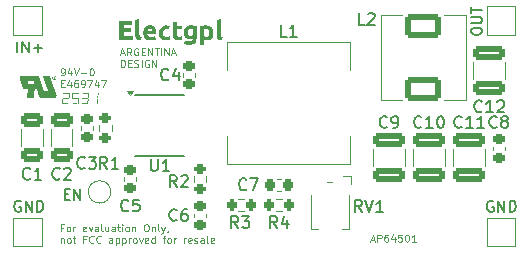
<source format=gbr>
%TF.GenerationSoftware,KiCad,Pcbnew,9.0.4*%
%TF.CreationDate,2025-08-21T12:34:08-03:00*%
%TF.ProjectId,EMI_SS_Supply_Electgpl,454d495f-5353-45f5-9375-70706c795f45,rev?*%
%TF.SameCoordinates,Original*%
%TF.FileFunction,Legend,Top*%
%TF.FilePolarity,Positive*%
%FSLAX46Y46*%
G04 Gerber Fmt 4.6, Leading zero omitted, Abs format (unit mm)*
G04 Created by KiCad (PCBNEW 9.0.4) date 2025-08-21 12:34:08*
%MOMM*%
%LPD*%
G01*
G04 APERTURE LIST*
G04 Aperture macros list*
%AMRoundRect*
0 Rectangle with rounded corners*
0 $1 Rounding radius*
0 $2 $3 $4 $5 $6 $7 $8 $9 X,Y pos of 4 corners*
0 Add a 4 corners polygon primitive as box body*
4,1,4,$2,$3,$4,$5,$6,$7,$8,$9,$2,$3,0*
0 Add four circle primitives for the rounded corners*
1,1,$1+$1,$2,$3*
1,1,$1+$1,$4,$5*
1,1,$1+$1,$6,$7*
1,1,$1+$1,$8,$9*
0 Add four rect primitives between the rounded corners*
20,1,$1+$1,$2,$3,$4,$5,0*
20,1,$1+$1,$4,$5,$6,$7,0*
20,1,$1+$1,$6,$7,$8,$9,0*
20,1,$1+$1,$8,$9,$2,$3,0*%
G04 Aperture macros list end*
%ADD10C,0.325120*%
%ADD11C,0.100000*%
%ADD12C,0.182880*%
%ADD13C,0.101600*%
%ADD14C,0.150000*%
%ADD15C,0.120000*%
%ADD16C,0.000000*%
%ADD17C,1.500000*%
%ADD18C,1.000000*%
%ADD19RoundRect,0.250000X-0.650000X0.325000X-0.650000X-0.325000X0.650000X-0.325000X0.650000X0.325000X0*%
%ADD20RoundRect,0.225000X-0.250000X0.225000X-0.250000X-0.225000X0.250000X-0.225000X0.250000X0.225000X0*%
%ADD21RoundRect,0.225000X-0.225000X-0.250000X0.225000X-0.250000X0.225000X0.250000X-0.225000X0.250000X0*%
%ADD22R,1.505000X0.802000*%
%ADD23R,2.613000X3.502000*%
%ADD24RoundRect,0.200000X-0.200000X-0.275000X0.200000X-0.275000X0.200000X0.275000X-0.200000X0.275000X0*%
%ADD25R,2.000000X2.000000*%
%ADD26RoundRect,0.250000X-1.100000X0.325000X-1.100000X-0.325000X1.100000X-0.325000X1.100000X0.325000X0*%
%ADD27RoundRect,0.250000X1.275000X-0.750000X1.275000X0.750000X-1.275000X0.750000X-1.275000X-0.750000X0*%
%ADD28R,1.200000X1.200000*%
%ADD29R,1.600000X1.500000*%
%ADD30RoundRect,0.200000X0.200000X0.275000X-0.200000X0.275000X-0.200000X-0.275000X0.200000X-0.275000X0*%
%ADD31RoundRect,0.200000X-0.275000X0.200000X-0.275000X-0.200000X0.275000X-0.200000X0.275000X0.200000X0*%
%ADD32R,3.175000X4.950000*%
G04 APERTURE END LIST*
D10*
G36*
X109481944Y-83323648D02*
G01*
X109481944Y-81748188D01*
X110546312Y-81748188D01*
X110546312Y-82046763D01*
X109836700Y-82046763D01*
X109836700Y-82351691D01*
X110466705Y-82351691D01*
X110466705Y-82643913D01*
X109836700Y-82643913D01*
X109836700Y-83025073D01*
X110598622Y-83025073D01*
X110598622Y-83323648D01*
X109481944Y-83323648D01*
G37*
G36*
X111315281Y-83349058D02*
G01*
X111174708Y-83339034D01*
X111075369Y-83317196D01*
X110990633Y-83280250D01*
X110929754Y-83234015D01*
X110885043Y-83175053D01*
X110856996Y-83104084D01*
X110842798Y-83024989D01*
X110837740Y-82931966D01*
X110837740Y-81612202D01*
X111176615Y-81557608D01*
X111176615Y-82864271D01*
X111183364Y-82946458D01*
X111193596Y-82980656D01*
X111209569Y-83008000D01*
X111232369Y-83030163D01*
X111265254Y-83048994D01*
X111305117Y-83061515D01*
X111363125Y-83069541D01*
X111315281Y-83349058D01*
G37*
G36*
X112197451Y-82108216D02*
G01*
X112304254Y-82138389D01*
X112395712Y-82186783D01*
X112474344Y-82253820D01*
X112535794Y-82335507D01*
X112581839Y-82436396D01*
X112611521Y-82560574D01*
X112622242Y-82713197D01*
X112619959Y-82778113D01*
X112615393Y-82840845D01*
X111846721Y-82840845D01*
X111862730Y-82904491D01*
X111894812Y-82957885D01*
X111944492Y-83003136D01*
X112005005Y-83035083D01*
X112081044Y-83055698D01*
X112176464Y-83063188D01*
X112269034Y-83058901D01*
X112359500Y-83046116D01*
X112444810Y-83025980D01*
X112506206Y-83004029D01*
X112551667Y-83280370D01*
X112478910Y-83307667D01*
X112377664Y-83331489D01*
X112258254Y-83348562D01*
X112130903Y-83355411D01*
X112024041Y-83349684D01*
X111931064Y-83333440D01*
X111850096Y-83307766D01*
X111773526Y-83271194D01*
X111707955Y-83227681D01*
X111652171Y-83177239D01*
X111584312Y-83087252D01*
X111536235Y-82980802D01*
X111508317Y-82864157D01*
X111498714Y-82735530D01*
X111504550Y-82630419D01*
X111508993Y-82605797D01*
X111846721Y-82605797D01*
X112294683Y-82605797D01*
X112279893Y-82522021D01*
X112263873Y-82483344D01*
X112241181Y-82449561D01*
X112211996Y-82420999D01*
X112175272Y-82397549D01*
X112132411Y-82382584D01*
X112076409Y-82377101D01*
X112022091Y-82382198D01*
X111978539Y-82396358D01*
X111940725Y-82418979D01*
X111910347Y-82447378D01*
X111886410Y-82481320D01*
X111868360Y-82520930D01*
X111846721Y-82605797D01*
X111508993Y-82605797D01*
X111521166Y-82538329D01*
X111547550Y-82457502D01*
X111605236Y-82346549D01*
X111676092Y-82258783D01*
X111761786Y-82188867D01*
X111859128Y-82138480D01*
X111964319Y-82107761D01*
X112071843Y-82097584D01*
X112197451Y-82108216D01*
G37*
G36*
X112826420Y-82726498D02*
G01*
X112837090Y-82599899D01*
X112868506Y-82482417D01*
X112920296Y-82374570D01*
X112990100Y-82282606D01*
X113077495Y-82206773D01*
X113183459Y-82147512D01*
X113260782Y-82120325D01*
X113346742Y-82103445D01*
X113442727Y-82097584D01*
X113536035Y-82102029D01*
X113617822Y-82114657D01*
X113696273Y-82135348D01*
X113772470Y-82163493D01*
X113701995Y-82435268D01*
X113597375Y-82403505D01*
X113538626Y-82393398D01*
X113470024Y-82389807D01*
X113374331Y-82401153D01*
X113301508Y-82432425D01*
X113245993Y-82482516D01*
X113206216Y-82547972D01*
X113181127Y-82628053D01*
X113172144Y-82726498D01*
X113180904Y-82831435D01*
X113204751Y-82912572D01*
X113241427Y-82975045D01*
X113279107Y-83011141D01*
X113329642Y-83038488D01*
X113396342Y-83056513D01*
X113483622Y-83063188D01*
X113615539Y-83051873D01*
X113684033Y-83036819D01*
X113745173Y-83015444D01*
X113793017Y-83293969D01*
X113729800Y-83316288D01*
X113645119Y-83337147D01*
X113554015Y-83350646D01*
X113449576Y-83355411D01*
X113341133Y-83349501D01*
X113247809Y-83332817D01*
X113167478Y-83306575D01*
X113091833Y-83269240D01*
X113027433Y-83224975D01*
X112973027Y-83173764D01*
X112907503Y-83082808D01*
X112861657Y-82975145D01*
X112835472Y-82857357D01*
X112826420Y-82726498D01*
G37*
G36*
X114009007Y-81834545D02*
G01*
X114347882Y-81779951D01*
X114347882Y-82129348D01*
X114754948Y-82129348D01*
X114754948Y-82408865D01*
X114347882Y-82408865D01*
X114347882Y-82829133D01*
X114358188Y-82929224D01*
X114385402Y-82999563D01*
X114416024Y-83032920D01*
X114464049Y-83054781D01*
X114536675Y-83063188D01*
X114649137Y-83052965D01*
X114754948Y-83024576D01*
X114802792Y-83287616D01*
X114666309Y-83330794D01*
X114586938Y-83344064D01*
X114482082Y-83349058D01*
X114350095Y-83338867D01*
X114252294Y-83311736D01*
X114169266Y-83266141D01*
X114106778Y-83207612D01*
X114061004Y-83134964D01*
X114030547Y-83045719D01*
X114014628Y-82947822D01*
X114009007Y-82835188D01*
X114009007Y-81834545D01*
G37*
G36*
X115663279Y-82103341D02*
G01*
X115791722Y-82118131D01*
X115913415Y-82139671D01*
X116016944Y-82165875D01*
X116016944Y-83171382D01*
X116006065Y-83318955D01*
X115976102Y-83437236D01*
X115929783Y-83531820D01*
X115867954Y-83607036D01*
X115790157Y-83665353D01*
X115690960Y-83709687D01*
X115565445Y-83738680D01*
X115407485Y-83749276D01*
X115298500Y-83744455D01*
X115189113Y-83729920D01*
X115082387Y-83707123D01*
X114986721Y-83678801D01*
X115045781Y-83395115D01*
X115126951Y-83423427D01*
X115212935Y-83445142D01*
X115303587Y-83458572D01*
X115411952Y-83463406D01*
X115507028Y-83454833D01*
X115573054Y-83432469D01*
X115617818Y-83399284D01*
X115650806Y-83353436D01*
X115670985Y-83299286D01*
X115678069Y-83234512D01*
X115678069Y-83191036D01*
X115622548Y-83212951D01*
X115565508Y-83228556D01*
X115506091Y-83237823D01*
X115439249Y-83241063D01*
X115316444Y-83230842D01*
X115214680Y-83202167D01*
X115129991Y-83156741D01*
X115059479Y-83094455D01*
X115004153Y-83018027D01*
X114963093Y-82926314D01*
X114936918Y-82816282D01*
X114927562Y-82684113D01*
X115273285Y-82684113D01*
X115281308Y-82780276D01*
X115302664Y-82850802D01*
X115334760Y-82901788D01*
X115377232Y-82937502D01*
X115432014Y-82959822D01*
X115502974Y-82967899D01*
X115554156Y-82964417D01*
X115600745Y-82954300D01*
X115678069Y-82922338D01*
X115678069Y-82382064D01*
X115618910Y-82374124D01*
X115539303Y-82370749D01*
X115454295Y-82381449D01*
X115389218Y-82411140D01*
X115339194Y-82459289D01*
X115303522Y-82521400D01*
X115281202Y-82595385D01*
X115273285Y-82684113D01*
X114927562Y-82684113D01*
X114938123Y-82556289D01*
X114968457Y-82444301D01*
X115019155Y-82343434D01*
X115087867Y-82258982D01*
X115174049Y-82191188D01*
X115280035Y-82139671D01*
X115398496Y-82108551D01*
X115537119Y-82097584D01*
X115663279Y-82103341D01*
G37*
G36*
X116922687Y-82102842D02*
G01*
X117010167Y-82117946D01*
X117088657Y-82142152D01*
X117196657Y-82196467D01*
X117284299Y-82267717D01*
X117353880Y-82356625D01*
X117405992Y-82465344D01*
X117437160Y-82586197D01*
X117448078Y-82725604D01*
X117439206Y-82861083D01*
X117413933Y-82979115D01*
X117371145Y-83086769D01*
X117313879Y-83175551D01*
X117240227Y-83248413D01*
X117150099Y-83303398D01*
X117083479Y-83328239D01*
X117008887Y-83343683D01*
X116924977Y-83349058D01*
X116855831Y-83345536D01*
X116793060Y-83335360D01*
X116674841Y-83296748D01*
X116674841Y-83742923D01*
X116335966Y-83742923D01*
X116335966Y-82394869D01*
X116674841Y-82394869D01*
X116674841Y-83015444D01*
X116709693Y-83033446D01*
X116757822Y-83049590D01*
X116809394Y-83059799D01*
X116861351Y-83063188D01*
X116934043Y-83054292D01*
X116990905Y-83029450D01*
X117035769Y-82989031D01*
X117070274Y-82930243D01*
X117093545Y-82847612D01*
X117102355Y-82733644D01*
X117093655Y-82629795D01*
X117069568Y-82546320D01*
X117031880Y-82479141D01*
X116978498Y-82426801D01*
X116910336Y-82394865D01*
X116822639Y-82383454D01*
X116738467Y-82386928D01*
X116674841Y-82394869D01*
X116335966Y-82394869D01*
X116335966Y-82165875D01*
X116440586Y-82139671D01*
X116564563Y-82118131D01*
X116696380Y-82103341D01*
X116824922Y-82097584D01*
X116922687Y-82102842D01*
G37*
G36*
X118187270Y-83349058D02*
G01*
X118046697Y-83339034D01*
X117947358Y-83317196D01*
X117862622Y-83280250D01*
X117801743Y-83234015D01*
X117757032Y-83175053D01*
X117728985Y-83104084D01*
X117714787Y-83024989D01*
X117709729Y-82931966D01*
X117709729Y-81612202D01*
X118048603Y-81557608D01*
X118048603Y-82864271D01*
X118055353Y-82946458D01*
X118065585Y-82980656D01*
X118081558Y-83008000D01*
X118104358Y-83030163D01*
X118137243Y-83048994D01*
X118177105Y-83061515D01*
X118235113Y-83069541D01*
X118187270Y-83349058D01*
G37*
D11*
X130781903Y-100246025D02*
X131072189Y-100246025D01*
X130723846Y-100420196D02*
X130927046Y-99810596D01*
X130927046Y-99810596D02*
X131130246Y-100420196D01*
X131333445Y-100420196D02*
X131333445Y-99810596D01*
X131333445Y-99810596D02*
X131565674Y-99810596D01*
X131565674Y-99810596D02*
X131623731Y-99839625D01*
X131623731Y-99839625D02*
X131652760Y-99868653D01*
X131652760Y-99868653D02*
X131681788Y-99926710D01*
X131681788Y-99926710D02*
X131681788Y-100013796D01*
X131681788Y-100013796D02*
X131652760Y-100071853D01*
X131652760Y-100071853D02*
X131623731Y-100100882D01*
X131623731Y-100100882D02*
X131565674Y-100129910D01*
X131565674Y-100129910D02*
X131333445Y-100129910D01*
X132204303Y-99810596D02*
X132088188Y-99810596D01*
X132088188Y-99810596D02*
X132030131Y-99839625D01*
X132030131Y-99839625D02*
X132001103Y-99868653D01*
X132001103Y-99868653D02*
X131943045Y-99955739D01*
X131943045Y-99955739D02*
X131914017Y-100071853D01*
X131914017Y-100071853D02*
X131914017Y-100304082D01*
X131914017Y-100304082D02*
X131943045Y-100362139D01*
X131943045Y-100362139D02*
X131972074Y-100391168D01*
X131972074Y-100391168D02*
X132030131Y-100420196D01*
X132030131Y-100420196D02*
X132146245Y-100420196D01*
X132146245Y-100420196D02*
X132204303Y-100391168D01*
X132204303Y-100391168D02*
X132233331Y-100362139D01*
X132233331Y-100362139D02*
X132262360Y-100304082D01*
X132262360Y-100304082D02*
X132262360Y-100158939D01*
X132262360Y-100158939D02*
X132233331Y-100100882D01*
X132233331Y-100100882D02*
X132204303Y-100071853D01*
X132204303Y-100071853D02*
X132146245Y-100042825D01*
X132146245Y-100042825D02*
X132030131Y-100042825D01*
X132030131Y-100042825D02*
X131972074Y-100071853D01*
X131972074Y-100071853D02*
X131943045Y-100100882D01*
X131943045Y-100100882D02*
X131914017Y-100158939D01*
X132784874Y-100013796D02*
X132784874Y-100420196D01*
X132639731Y-99781568D02*
X132494588Y-100216996D01*
X132494588Y-100216996D02*
X132871959Y-100216996D01*
X133394473Y-99810596D02*
X133104187Y-99810596D01*
X133104187Y-99810596D02*
X133075159Y-100100882D01*
X133075159Y-100100882D02*
X133104187Y-100071853D01*
X133104187Y-100071853D02*
X133162245Y-100042825D01*
X133162245Y-100042825D02*
X133307387Y-100042825D01*
X133307387Y-100042825D02*
X133365445Y-100071853D01*
X133365445Y-100071853D02*
X133394473Y-100100882D01*
X133394473Y-100100882D02*
X133423502Y-100158939D01*
X133423502Y-100158939D02*
X133423502Y-100304082D01*
X133423502Y-100304082D02*
X133394473Y-100362139D01*
X133394473Y-100362139D02*
X133365445Y-100391168D01*
X133365445Y-100391168D02*
X133307387Y-100420196D01*
X133307387Y-100420196D02*
X133162245Y-100420196D01*
X133162245Y-100420196D02*
X133104187Y-100391168D01*
X133104187Y-100391168D02*
X133075159Y-100362139D01*
X133800873Y-99810596D02*
X133858930Y-99810596D01*
X133858930Y-99810596D02*
X133916987Y-99839625D01*
X133916987Y-99839625D02*
X133946016Y-99868653D01*
X133946016Y-99868653D02*
X133975044Y-99926710D01*
X133975044Y-99926710D02*
X134004073Y-100042825D01*
X134004073Y-100042825D02*
X134004073Y-100187968D01*
X134004073Y-100187968D02*
X133975044Y-100304082D01*
X133975044Y-100304082D02*
X133946016Y-100362139D01*
X133946016Y-100362139D02*
X133916987Y-100391168D01*
X133916987Y-100391168D02*
X133858930Y-100420196D01*
X133858930Y-100420196D02*
X133800873Y-100420196D01*
X133800873Y-100420196D02*
X133742816Y-100391168D01*
X133742816Y-100391168D02*
X133713787Y-100362139D01*
X133713787Y-100362139D02*
X133684758Y-100304082D01*
X133684758Y-100304082D02*
X133655730Y-100187968D01*
X133655730Y-100187968D02*
X133655730Y-100042825D01*
X133655730Y-100042825D02*
X133684758Y-99926710D01*
X133684758Y-99926710D02*
X133713787Y-99868653D01*
X133713787Y-99868653D02*
X133742816Y-99839625D01*
X133742816Y-99839625D02*
X133800873Y-99810596D01*
X134584644Y-100420196D02*
X134236301Y-100420196D01*
X134410472Y-100420196D02*
X134410472Y-99810596D01*
X134410472Y-99810596D02*
X134352415Y-99897682D01*
X134352415Y-99897682D02*
X134294358Y-99955739D01*
X134294358Y-99955739D02*
X134236301Y-99984768D01*
X104714131Y-99219460D02*
X104510931Y-99219460D01*
X104510931Y-99538774D02*
X104510931Y-98929174D01*
X104510931Y-98929174D02*
X104801217Y-98929174D01*
X105120531Y-99538774D02*
X105062474Y-99509746D01*
X105062474Y-99509746D02*
X105033445Y-99480717D01*
X105033445Y-99480717D02*
X105004417Y-99422660D01*
X105004417Y-99422660D02*
X105004417Y-99248488D01*
X105004417Y-99248488D02*
X105033445Y-99190431D01*
X105033445Y-99190431D02*
X105062474Y-99161403D01*
X105062474Y-99161403D02*
X105120531Y-99132374D01*
X105120531Y-99132374D02*
X105207617Y-99132374D01*
X105207617Y-99132374D02*
X105265674Y-99161403D01*
X105265674Y-99161403D02*
X105294703Y-99190431D01*
X105294703Y-99190431D02*
X105323731Y-99248488D01*
X105323731Y-99248488D02*
X105323731Y-99422660D01*
X105323731Y-99422660D02*
X105294703Y-99480717D01*
X105294703Y-99480717D02*
X105265674Y-99509746D01*
X105265674Y-99509746D02*
X105207617Y-99538774D01*
X105207617Y-99538774D02*
X105120531Y-99538774D01*
X105584988Y-99538774D02*
X105584988Y-99132374D01*
X105584988Y-99248488D02*
X105614017Y-99190431D01*
X105614017Y-99190431D02*
X105643046Y-99161403D01*
X105643046Y-99161403D02*
X105701103Y-99132374D01*
X105701103Y-99132374D02*
X105759160Y-99132374D01*
X106659045Y-99509746D02*
X106600988Y-99538774D01*
X106600988Y-99538774D02*
X106484874Y-99538774D01*
X106484874Y-99538774D02*
X106426816Y-99509746D01*
X106426816Y-99509746D02*
X106397788Y-99451688D01*
X106397788Y-99451688D02*
X106397788Y-99219460D01*
X106397788Y-99219460D02*
X106426816Y-99161403D01*
X106426816Y-99161403D02*
X106484874Y-99132374D01*
X106484874Y-99132374D02*
X106600988Y-99132374D01*
X106600988Y-99132374D02*
X106659045Y-99161403D01*
X106659045Y-99161403D02*
X106688074Y-99219460D01*
X106688074Y-99219460D02*
X106688074Y-99277517D01*
X106688074Y-99277517D02*
X106397788Y-99335574D01*
X106891273Y-99132374D02*
X107036416Y-99538774D01*
X107036416Y-99538774D02*
X107181559Y-99132374D01*
X107675045Y-99538774D02*
X107675045Y-99219460D01*
X107675045Y-99219460D02*
X107646016Y-99161403D01*
X107646016Y-99161403D02*
X107587959Y-99132374D01*
X107587959Y-99132374D02*
X107471845Y-99132374D01*
X107471845Y-99132374D02*
X107413787Y-99161403D01*
X107675045Y-99509746D02*
X107616987Y-99538774D01*
X107616987Y-99538774D02*
X107471845Y-99538774D01*
X107471845Y-99538774D02*
X107413787Y-99509746D01*
X107413787Y-99509746D02*
X107384759Y-99451688D01*
X107384759Y-99451688D02*
X107384759Y-99393631D01*
X107384759Y-99393631D02*
X107413787Y-99335574D01*
X107413787Y-99335574D02*
X107471845Y-99306546D01*
X107471845Y-99306546D02*
X107616987Y-99306546D01*
X107616987Y-99306546D02*
X107675045Y-99277517D01*
X108052416Y-99538774D02*
X107994359Y-99509746D01*
X107994359Y-99509746D02*
X107965330Y-99451688D01*
X107965330Y-99451688D02*
X107965330Y-98929174D01*
X108545902Y-99132374D02*
X108545902Y-99538774D01*
X108284644Y-99132374D02*
X108284644Y-99451688D01*
X108284644Y-99451688D02*
X108313673Y-99509746D01*
X108313673Y-99509746D02*
X108371730Y-99538774D01*
X108371730Y-99538774D02*
X108458816Y-99538774D01*
X108458816Y-99538774D02*
X108516873Y-99509746D01*
X108516873Y-99509746D02*
X108545902Y-99480717D01*
X109097445Y-99538774D02*
X109097445Y-99219460D01*
X109097445Y-99219460D02*
X109068416Y-99161403D01*
X109068416Y-99161403D02*
X109010359Y-99132374D01*
X109010359Y-99132374D02*
X108894245Y-99132374D01*
X108894245Y-99132374D02*
X108836187Y-99161403D01*
X109097445Y-99509746D02*
X109039387Y-99538774D01*
X109039387Y-99538774D02*
X108894245Y-99538774D01*
X108894245Y-99538774D02*
X108836187Y-99509746D01*
X108836187Y-99509746D02*
X108807159Y-99451688D01*
X108807159Y-99451688D02*
X108807159Y-99393631D01*
X108807159Y-99393631D02*
X108836187Y-99335574D01*
X108836187Y-99335574D02*
X108894245Y-99306546D01*
X108894245Y-99306546D02*
X109039387Y-99306546D01*
X109039387Y-99306546D02*
X109097445Y-99277517D01*
X109300645Y-99132374D02*
X109532873Y-99132374D01*
X109387730Y-98929174D02*
X109387730Y-99451688D01*
X109387730Y-99451688D02*
X109416759Y-99509746D01*
X109416759Y-99509746D02*
X109474816Y-99538774D01*
X109474816Y-99538774D02*
X109532873Y-99538774D01*
X109736073Y-99538774D02*
X109736073Y-99132374D01*
X109736073Y-98929174D02*
X109707045Y-98958203D01*
X109707045Y-98958203D02*
X109736073Y-98987231D01*
X109736073Y-98987231D02*
X109765102Y-98958203D01*
X109765102Y-98958203D02*
X109736073Y-98929174D01*
X109736073Y-98929174D02*
X109736073Y-98987231D01*
X110113445Y-99538774D02*
X110055388Y-99509746D01*
X110055388Y-99509746D02*
X110026359Y-99480717D01*
X110026359Y-99480717D02*
X109997331Y-99422660D01*
X109997331Y-99422660D02*
X109997331Y-99248488D01*
X109997331Y-99248488D02*
X110026359Y-99190431D01*
X110026359Y-99190431D02*
X110055388Y-99161403D01*
X110055388Y-99161403D02*
X110113445Y-99132374D01*
X110113445Y-99132374D02*
X110200531Y-99132374D01*
X110200531Y-99132374D02*
X110258588Y-99161403D01*
X110258588Y-99161403D02*
X110287617Y-99190431D01*
X110287617Y-99190431D02*
X110316645Y-99248488D01*
X110316645Y-99248488D02*
X110316645Y-99422660D01*
X110316645Y-99422660D02*
X110287617Y-99480717D01*
X110287617Y-99480717D02*
X110258588Y-99509746D01*
X110258588Y-99509746D02*
X110200531Y-99538774D01*
X110200531Y-99538774D02*
X110113445Y-99538774D01*
X110577902Y-99132374D02*
X110577902Y-99538774D01*
X110577902Y-99190431D02*
X110606931Y-99161403D01*
X110606931Y-99161403D02*
X110664988Y-99132374D01*
X110664988Y-99132374D02*
X110752074Y-99132374D01*
X110752074Y-99132374D02*
X110810131Y-99161403D01*
X110810131Y-99161403D02*
X110839160Y-99219460D01*
X110839160Y-99219460D02*
X110839160Y-99538774D01*
X111710017Y-98929174D02*
X111826131Y-98929174D01*
X111826131Y-98929174D02*
X111884188Y-98958203D01*
X111884188Y-98958203D02*
X111942245Y-99016260D01*
X111942245Y-99016260D02*
X111971274Y-99132374D01*
X111971274Y-99132374D02*
X111971274Y-99335574D01*
X111971274Y-99335574D02*
X111942245Y-99451688D01*
X111942245Y-99451688D02*
X111884188Y-99509746D01*
X111884188Y-99509746D02*
X111826131Y-99538774D01*
X111826131Y-99538774D02*
X111710017Y-99538774D01*
X111710017Y-99538774D02*
X111651960Y-99509746D01*
X111651960Y-99509746D02*
X111593902Y-99451688D01*
X111593902Y-99451688D02*
X111564874Y-99335574D01*
X111564874Y-99335574D02*
X111564874Y-99132374D01*
X111564874Y-99132374D02*
X111593902Y-99016260D01*
X111593902Y-99016260D02*
X111651960Y-98958203D01*
X111651960Y-98958203D02*
X111710017Y-98929174D01*
X112232531Y-99132374D02*
X112232531Y-99538774D01*
X112232531Y-99190431D02*
X112261560Y-99161403D01*
X112261560Y-99161403D02*
X112319617Y-99132374D01*
X112319617Y-99132374D02*
X112406703Y-99132374D01*
X112406703Y-99132374D02*
X112464760Y-99161403D01*
X112464760Y-99161403D02*
X112493789Y-99219460D01*
X112493789Y-99219460D02*
X112493789Y-99538774D01*
X112871160Y-99538774D02*
X112813103Y-99509746D01*
X112813103Y-99509746D02*
X112784074Y-99451688D01*
X112784074Y-99451688D02*
X112784074Y-98929174D01*
X113045331Y-99132374D02*
X113190474Y-99538774D01*
X113335617Y-99132374D02*
X113190474Y-99538774D01*
X113190474Y-99538774D02*
X113132417Y-99683917D01*
X113132417Y-99683917D02*
X113103388Y-99712946D01*
X113103388Y-99712946D02*
X113045331Y-99741974D01*
X113596874Y-99509746D02*
X113596874Y-99538774D01*
X113596874Y-99538774D02*
X113567845Y-99596831D01*
X113567845Y-99596831D02*
X113538817Y-99625860D01*
X104510931Y-100113796D02*
X104510931Y-100520196D01*
X104510931Y-100171853D02*
X104539960Y-100142825D01*
X104539960Y-100142825D02*
X104598017Y-100113796D01*
X104598017Y-100113796D02*
X104685103Y-100113796D01*
X104685103Y-100113796D02*
X104743160Y-100142825D01*
X104743160Y-100142825D02*
X104772189Y-100200882D01*
X104772189Y-100200882D02*
X104772189Y-100520196D01*
X105149560Y-100520196D02*
X105091503Y-100491168D01*
X105091503Y-100491168D02*
X105062474Y-100462139D01*
X105062474Y-100462139D02*
X105033446Y-100404082D01*
X105033446Y-100404082D02*
X105033446Y-100229910D01*
X105033446Y-100229910D02*
X105062474Y-100171853D01*
X105062474Y-100171853D02*
X105091503Y-100142825D01*
X105091503Y-100142825D02*
X105149560Y-100113796D01*
X105149560Y-100113796D02*
X105236646Y-100113796D01*
X105236646Y-100113796D02*
X105294703Y-100142825D01*
X105294703Y-100142825D02*
X105323732Y-100171853D01*
X105323732Y-100171853D02*
X105352760Y-100229910D01*
X105352760Y-100229910D02*
X105352760Y-100404082D01*
X105352760Y-100404082D02*
X105323732Y-100462139D01*
X105323732Y-100462139D02*
X105294703Y-100491168D01*
X105294703Y-100491168D02*
X105236646Y-100520196D01*
X105236646Y-100520196D02*
X105149560Y-100520196D01*
X105526932Y-100113796D02*
X105759160Y-100113796D01*
X105614017Y-99910596D02*
X105614017Y-100433110D01*
X105614017Y-100433110D02*
X105643046Y-100491168D01*
X105643046Y-100491168D02*
X105701103Y-100520196D01*
X105701103Y-100520196D02*
X105759160Y-100520196D01*
X106630017Y-100200882D02*
X106426817Y-100200882D01*
X106426817Y-100520196D02*
X106426817Y-99910596D01*
X106426817Y-99910596D02*
X106717103Y-99910596D01*
X107297674Y-100462139D02*
X107268646Y-100491168D01*
X107268646Y-100491168D02*
X107181560Y-100520196D01*
X107181560Y-100520196D02*
X107123503Y-100520196D01*
X107123503Y-100520196D02*
X107036417Y-100491168D01*
X107036417Y-100491168D02*
X106978360Y-100433110D01*
X106978360Y-100433110D02*
X106949331Y-100375053D01*
X106949331Y-100375053D02*
X106920303Y-100258939D01*
X106920303Y-100258939D02*
X106920303Y-100171853D01*
X106920303Y-100171853D02*
X106949331Y-100055739D01*
X106949331Y-100055739D02*
X106978360Y-99997682D01*
X106978360Y-99997682D02*
X107036417Y-99939625D01*
X107036417Y-99939625D02*
X107123503Y-99910596D01*
X107123503Y-99910596D02*
X107181560Y-99910596D01*
X107181560Y-99910596D02*
X107268646Y-99939625D01*
X107268646Y-99939625D02*
X107297674Y-99968653D01*
X107907274Y-100462139D02*
X107878246Y-100491168D01*
X107878246Y-100491168D02*
X107791160Y-100520196D01*
X107791160Y-100520196D02*
X107733103Y-100520196D01*
X107733103Y-100520196D02*
X107646017Y-100491168D01*
X107646017Y-100491168D02*
X107587960Y-100433110D01*
X107587960Y-100433110D02*
X107558931Y-100375053D01*
X107558931Y-100375053D02*
X107529903Y-100258939D01*
X107529903Y-100258939D02*
X107529903Y-100171853D01*
X107529903Y-100171853D02*
X107558931Y-100055739D01*
X107558931Y-100055739D02*
X107587960Y-99997682D01*
X107587960Y-99997682D02*
X107646017Y-99939625D01*
X107646017Y-99939625D02*
X107733103Y-99910596D01*
X107733103Y-99910596D02*
X107791160Y-99910596D01*
X107791160Y-99910596D02*
X107878246Y-99939625D01*
X107878246Y-99939625D02*
X107907274Y-99968653D01*
X108894246Y-100520196D02*
X108894246Y-100200882D01*
X108894246Y-100200882D02*
X108865217Y-100142825D01*
X108865217Y-100142825D02*
X108807160Y-100113796D01*
X108807160Y-100113796D02*
X108691046Y-100113796D01*
X108691046Y-100113796D02*
X108632988Y-100142825D01*
X108894246Y-100491168D02*
X108836188Y-100520196D01*
X108836188Y-100520196D02*
X108691046Y-100520196D01*
X108691046Y-100520196D02*
X108632988Y-100491168D01*
X108632988Y-100491168D02*
X108603960Y-100433110D01*
X108603960Y-100433110D02*
X108603960Y-100375053D01*
X108603960Y-100375053D02*
X108632988Y-100316996D01*
X108632988Y-100316996D02*
X108691046Y-100287968D01*
X108691046Y-100287968D02*
X108836188Y-100287968D01*
X108836188Y-100287968D02*
X108894246Y-100258939D01*
X109184531Y-100113796D02*
X109184531Y-100723396D01*
X109184531Y-100142825D02*
X109242589Y-100113796D01*
X109242589Y-100113796D02*
X109358703Y-100113796D01*
X109358703Y-100113796D02*
X109416760Y-100142825D01*
X109416760Y-100142825D02*
X109445789Y-100171853D01*
X109445789Y-100171853D02*
X109474817Y-100229910D01*
X109474817Y-100229910D02*
X109474817Y-100404082D01*
X109474817Y-100404082D02*
X109445789Y-100462139D01*
X109445789Y-100462139D02*
X109416760Y-100491168D01*
X109416760Y-100491168D02*
X109358703Y-100520196D01*
X109358703Y-100520196D02*
X109242589Y-100520196D01*
X109242589Y-100520196D02*
X109184531Y-100491168D01*
X109736074Y-100113796D02*
X109736074Y-100723396D01*
X109736074Y-100142825D02*
X109794132Y-100113796D01*
X109794132Y-100113796D02*
X109910246Y-100113796D01*
X109910246Y-100113796D02*
X109968303Y-100142825D01*
X109968303Y-100142825D02*
X109997332Y-100171853D01*
X109997332Y-100171853D02*
X110026360Y-100229910D01*
X110026360Y-100229910D02*
X110026360Y-100404082D01*
X110026360Y-100404082D02*
X109997332Y-100462139D01*
X109997332Y-100462139D02*
X109968303Y-100491168D01*
X109968303Y-100491168D02*
X109910246Y-100520196D01*
X109910246Y-100520196D02*
X109794132Y-100520196D01*
X109794132Y-100520196D02*
X109736074Y-100491168D01*
X110287617Y-100520196D02*
X110287617Y-100113796D01*
X110287617Y-100229910D02*
X110316646Y-100171853D01*
X110316646Y-100171853D02*
X110345675Y-100142825D01*
X110345675Y-100142825D02*
X110403732Y-100113796D01*
X110403732Y-100113796D02*
X110461789Y-100113796D01*
X110752074Y-100520196D02*
X110694017Y-100491168D01*
X110694017Y-100491168D02*
X110664988Y-100462139D01*
X110664988Y-100462139D02*
X110635960Y-100404082D01*
X110635960Y-100404082D02*
X110635960Y-100229910D01*
X110635960Y-100229910D02*
X110664988Y-100171853D01*
X110664988Y-100171853D02*
X110694017Y-100142825D01*
X110694017Y-100142825D02*
X110752074Y-100113796D01*
X110752074Y-100113796D02*
X110839160Y-100113796D01*
X110839160Y-100113796D02*
X110897217Y-100142825D01*
X110897217Y-100142825D02*
X110926246Y-100171853D01*
X110926246Y-100171853D02*
X110955274Y-100229910D01*
X110955274Y-100229910D02*
X110955274Y-100404082D01*
X110955274Y-100404082D02*
X110926246Y-100462139D01*
X110926246Y-100462139D02*
X110897217Y-100491168D01*
X110897217Y-100491168D02*
X110839160Y-100520196D01*
X110839160Y-100520196D02*
X110752074Y-100520196D01*
X111158474Y-100113796D02*
X111303617Y-100520196D01*
X111303617Y-100520196D02*
X111448760Y-100113796D01*
X111913217Y-100491168D02*
X111855160Y-100520196D01*
X111855160Y-100520196D02*
X111739046Y-100520196D01*
X111739046Y-100520196D02*
X111680988Y-100491168D01*
X111680988Y-100491168D02*
X111651960Y-100433110D01*
X111651960Y-100433110D02*
X111651960Y-100200882D01*
X111651960Y-100200882D02*
X111680988Y-100142825D01*
X111680988Y-100142825D02*
X111739046Y-100113796D01*
X111739046Y-100113796D02*
X111855160Y-100113796D01*
X111855160Y-100113796D02*
X111913217Y-100142825D01*
X111913217Y-100142825D02*
X111942246Y-100200882D01*
X111942246Y-100200882D02*
X111942246Y-100258939D01*
X111942246Y-100258939D02*
X111651960Y-100316996D01*
X112464760Y-100520196D02*
X112464760Y-99910596D01*
X112464760Y-100491168D02*
X112406702Y-100520196D01*
X112406702Y-100520196D02*
X112290588Y-100520196D01*
X112290588Y-100520196D02*
X112232531Y-100491168D01*
X112232531Y-100491168D02*
X112203502Y-100462139D01*
X112203502Y-100462139D02*
X112174474Y-100404082D01*
X112174474Y-100404082D02*
X112174474Y-100229910D01*
X112174474Y-100229910D02*
X112203502Y-100171853D01*
X112203502Y-100171853D02*
X112232531Y-100142825D01*
X112232531Y-100142825D02*
X112290588Y-100113796D01*
X112290588Y-100113796D02*
X112406702Y-100113796D01*
X112406702Y-100113796D02*
X112464760Y-100142825D01*
X113132417Y-100113796D02*
X113364645Y-100113796D01*
X113219502Y-100520196D02*
X113219502Y-99997682D01*
X113219502Y-99997682D02*
X113248531Y-99939625D01*
X113248531Y-99939625D02*
X113306588Y-99910596D01*
X113306588Y-99910596D02*
X113364645Y-99910596D01*
X113654931Y-100520196D02*
X113596874Y-100491168D01*
X113596874Y-100491168D02*
X113567845Y-100462139D01*
X113567845Y-100462139D02*
X113538817Y-100404082D01*
X113538817Y-100404082D02*
X113538817Y-100229910D01*
X113538817Y-100229910D02*
X113567845Y-100171853D01*
X113567845Y-100171853D02*
X113596874Y-100142825D01*
X113596874Y-100142825D02*
X113654931Y-100113796D01*
X113654931Y-100113796D02*
X113742017Y-100113796D01*
X113742017Y-100113796D02*
X113800074Y-100142825D01*
X113800074Y-100142825D02*
X113829103Y-100171853D01*
X113829103Y-100171853D02*
X113858131Y-100229910D01*
X113858131Y-100229910D02*
X113858131Y-100404082D01*
X113858131Y-100404082D02*
X113829103Y-100462139D01*
X113829103Y-100462139D02*
X113800074Y-100491168D01*
X113800074Y-100491168D02*
X113742017Y-100520196D01*
X113742017Y-100520196D02*
X113654931Y-100520196D01*
X114119388Y-100520196D02*
X114119388Y-100113796D01*
X114119388Y-100229910D02*
X114148417Y-100171853D01*
X114148417Y-100171853D02*
X114177446Y-100142825D01*
X114177446Y-100142825D02*
X114235503Y-100113796D01*
X114235503Y-100113796D02*
X114293560Y-100113796D01*
X114961216Y-100520196D02*
X114961216Y-100113796D01*
X114961216Y-100229910D02*
X114990245Y-100171853D01*
X114990245Y-100171853D02*
X115019274Y-100142825D01*
X115019274Y-100142825D02*
X115077331Y-100113796D01*
X115077331Y-100113796D02*
X115135388Y-100113796D01*
X115570816Y-100491168D02*
X115512759Y-100520196D01*
X115512759Y-100520196D02*
X115396645Y-100520196D01*
X115396645Y-100520196D02*
X115338587Y-100491168D01*
X115338587Y-100491168D02*
X115309559Y-100433110D01*
X115309559Y-100433110D02*
X115309559Y-100200882D01*
X115309559Y-100200882D02*
X115338587Y-100142825D01*
X115338587Y-100142825D02*
X115396645Y-100113796D01*
X115396645Y-100113796D02*
X115512759Y-100113796D01*
X115512759Y-100113796D02*
X115570816Y-100142825D01*
X115570816Y-100142825D02*
X115599845Y-100200882D01*
X115599845Y-100200882D02*
X115599845Y-100258939D01*
X115599845Y-100258939D02*
X115309559Y-100316996D01*
X115832073Y-100491168D02*
X115890130Y-100520196D01*
X115890130Y-100520196D02*
X116006244Y-100520196D01*
X116006244Y-100520196D02*
X116064301Y-100491168D01*
X116064301Y-100491168D02*
X116093330Y-100433110D01*
X116093330Y-100433110D02*
X116093330Y-100404082D01*
X116093330Y-100404082D02*
X116064301Y-100346025D01*
X116064301Y-100346025D02*
X116006244Y-100316996D01*
X116006244Y-100316996D02*
X115919159Y-100316996D01*
X115919159Y-100316996D02*
X115861101Y-100287968D01*
X115861101Y-100287968D02*
X115832073Y-100229910D01*
X115832073Y-100229910D02*
X115832073Y-100200882D01*
X115832073Y-100200882D02*
X115861101Y-100142825D01*
X115861101Y-100142825D02*
X115919159Y-100113796D01*
X115919159Y-100113796D02*
X116006244Y-100113796D01*
X116006244Y-100113796D02*
X116064301Y-100142825D01*
X116615845Y-100520196D02*
X116615845Y-100200882D01*
X116615845Y-100200882D02*
X116586816Y-100142825D01*
X116586816Y-100142825D02*
X116528759Y-100113796D01*
X116528759Y-100113796D02*
X116412645Y-100113796D01*
X116412645Y-100113796D02*
X116354587Y-100142825D01*
X116615845Y-100491168D02*
X116557787Y-100520196D01*
X116557787Y-100520196D02*
X116412645Y-100520196D01*
X116412645Y-100520196D02*
X116354587Y-100491168D01*
X116354587Y-100491168D02*
X116325559Y-100433110D01*
X116325559Y-100433110D02*
X116325559Y-100375053D01*
X116325559Y-100375053D02*
X116354587Y-100316996D01*
X116354587Y-100316996D02*
X116412645Y-100287968D01*
X116412645Y-100287968D02*
X116557787Y-100287968D01*
X116557787Y-100287968D02*
X116615845Y-100258939D01*
X116993216Y-100520196D02*
X116935159Y-100491168D01*
X116935159Y-100491168D02*
X116906130Y-100433110D01*
X116906130Y-100433110D02*
X116906130Y-99910596D01*
X117457673Y-100491168D02*
X117399616Y-100520196D01*
X117399616Y-100520196D02*
X117283502Y-100520196D01*
X117283502Y-100520196D02*
X117225444Y-100491168D01*
X117225444Y-100491168D02*
X117196416Y-100433110D01*
X117196416Y-100433110D02*
X117196416Y-100200882D01*
X117196416Y-100200882D02*
X117225444Y-100142825D01*
X117225444Y-100142825D02*
X117283502Y-100113796D01*
X117283502Y-100113796D02*
X117399616Y-100113796D01*
X117399616Y-100113796D02*
X117457673Y-100142825D01*
X117457673Y-100142825D02*
X117486702Y-100200882D01*
X117486702Y-100200882D02*
X117486702Y-100258939D01*
X117486702Y-100258939D02*
X117196416Y-100316996D01*
D12*
X141117000Y-97007727D02*
X141029915Y-96964184D01*
X141029915Y-96964184D02*
X140899286Y-96964184D01*
X140899286Y-96964184D02*
X140768657Y-97007727D01*
X140768657Y-97007727D02*
X140681572Y-97094813D01*
X140681572Y-97094813D02*
X140638029Y-97181899D01*
X140638029Y-97181899D02*
X140594486Y-97356070D01*
X140594486Y-97356070D02*
X140594486Y-97486699D01*
X140594486Y-97486699D02*
X140638029Y-97660870D01*
X140638029Y-97660870D02*
X140681572Y-97747956D01*
X140681572Y-97747956D02*
X140768657Y-97835042D01*
X140768657Y-97835042D02*
X140899286Y-97878584D01*
X140899286Y-97878584D02*
X140986372Y-97878584D01*
X140986372Y-97878584D02*
X141117000Y-97835042D01*
X141117000Y-97835042D02*
X141160543Y-97791499D01*
X141160543Y-97791499D02*
X141160543Y-97486699D01*
X141160543Y-97486699D02*
X140986372Y-97486699D01*
X141552429Y-97878584D02*
X141552429Y-96964184D01*
X141552429Y-96964184D02*
X142074943Y-97878584D01*
X142074943Y-97878584D02*
X142074943Y-96964184D01*
X142510372Y-97878584D02*
X142510372Y-96964184D01*
X142510372Y-96964184D02*
X142728086Y-96964184D01*
X142728086Y-96964184D02*
X142858715Y-97007727D01*
X142858715Y-97007727D02*
X142945800Y-97094813D01*
X142945800Y-97094813D02*
X142989343Y-97181899D01*
X142989343Y-97181899D02*
X143032886Y-97356070D01*
X143032886Y-97356070D02*
X143032886Y-97486699D01*
X143032886Y-97486699D02*
X142989343Y-97660870D01*
X142989343Y-97660870D02*
X142945800Y-97747956D01*
X142945800Y-97747956D02*
X142858715Y-97835042D01*
X142858715Y-97835042D02*
X142728086Y-97878584D01*
X142728086Y-97878584D02*
X142510372Y-97878584D01*
D13*
X104573013Y-86338690D02*
X104689127Y-86338690D01*
X104689127Y-86338690D02*
X104747184Y-86309662D01*
X104747184Y-86309662D02*
X104776213Y-86280633D01*
X104776213Y-86280633D02*
X104834270Y-86193547D01*
X104834270Y-86193547D02*
X104863299Y-86077433D01*
X104863299Y-86077433D02*
X104863299Y-85845204D01*
X104863299Y-85845204D02*
X104834270Y-85787147D01*
X104834270Y-85787147D02*
X104805242Y-85758119D01*
X104805242Y-85758119D02*
X104747184Y-85729090D01*
X104747184Y-85729090D02*
X104631070Y-85729090D01*
X104631070Y-85729090D02*
X104573013Y-85758119D01*
X104573013Y-85758119D02*
X104543984Y-85787147D01*
X104543984Y-85787147D02*
X104514956Y-85845204D01*
X104514956Y-85845204D02*
X104514956Y-85990347D01*
X104514956Y-85990347D02*
X104543984Y-86048404D01*
X104543984Y-86048404D02*
X104573013Y-86077433D01*
X104573013Y-86077433D02*
X104631070Y-86106462D01*
X104631070Y-86106462D02*
X104747184Y-86106462D01*
X104747184Y-86106462D02*
X104805242Y-86077433D01*
X104805242Y-86077433D02*
X104834270Y-86048404D01*
X104834270Y-86048404D02*
X104863299Y-85990347D01*
X105385813Y-85932290D02*
X105385813Y-86338690D01*
X105240670Y-85700062D02*
X105095527Y-86135490D01*
X105095527Y-86135490D02*
X105472898Y-86135490D01*
X105618041Y-85729090D02*
X105821241Y-86338690D01*
X105821241Y-86338690D02*
X106024441Y-85729090D01*
X106227640Y-86106462D02*
X106692098Y-86106462D01*
X107098498Y-85729090D02*
X107156555Y-85729090D01*
X107156555Y-85729090D02*
X107214612Y-85758119D01*
X107214612Y-85758119D02*
X107243641Y-85787147D01*
X107243641Y-85787147D02*
X107272669Y-85845204D01*
X107272669Y-85845204D02*
X107301698Y-85961319D01*
X107301698Y-85961319D02*
X107301698Y-86106462D01*
X107301698Y-86106462D02*
X107272669Y-86222576D01*
X107272669Y-86222576D02*
X107243641Y-86280633D01*
X107243641Y-86280633D02*
X107214612Y-86309662D01*
X107214612Y-86309662D02*
X107156555Y-86338690D01*
X107156555Y-86338690D02*
X107098498Y-86338690D01*
X107098498Y-86338690D02*
X107040441Y-86309662D01*
X107040441Y-86309662D02*
X107011412Y-86280633D01*
X107011412Y-86280633D02*
X106982383Y-86222576D01*
X106982383Y-86222576D02*
X106953355Y-86106462D01*
X106953355Y-86106462D02*
X106953355Y-85961319D01*
X106953355Y-85961319D02*
X106982383Y-85845204D01*
X106982383Y-85845204D02*
X107011412Y-85787147D01*
X107011412Y-85787147D02*
X107040441Y-85758119D01*
X107040441Y-85758119D02*
X107098498Y-85729090D01*
X104543984Y-87000798D02*
X104747184Y-87000798D01*
X104834270Y-87320112D02*
X104543984Y-87320112D01*
X104543984Y-87320112D02*
X104543984Y-86710512D01*
X104543984Y-86710512D02*
X104834270Y-86710512D01*
X105356785Y-86913712D02*
X105356785Y-87320112D01*
X105211642Y-86681484D02*
X105066499Y-87116912D01*
X105066499Y-87116912D02*
X105443870Y-87116912D01*
X105937356Y-86710512D02*
X105821241Y-86710512D01*
X105821241Y-86710512D02*
X105763184Y-86739541D01*
X105763184Y-86739541D02*
X105734156Y-86768569D01*
X105734156Y-86768569D02*
X105676098Y-86855655D01*
X105676098Y-86855655D02*
X105647070Y-86971769D01*
X105647070Y-86971769D02*
X105647070Y-87203998D01*
X105647070Y-87203998D02*
X105676098Y-87262055D01*
X105676098Y-87262055D02*
X105705127Y-87291084D01*
X105705127Y-87291084D02*
X105763184Y-87320112D01*
X105763184Y-87320112D02*
X105879298Y-87320112D01*
X105879298Y-87320112D02*
X105937356Y-87291084D01*
X105937356Y-87291084D02*
X105966384Y-87262055D01*
X105966384Y-87262055D02*
X105995413Y-87203998D01*
X105995413Y-87203998D02*
X105995413Y-87058855D01*
X105995413Y-87058855D02*
X105966384Y-87000798D01*
X105966384Y-87000798D02*
X105937356Y-86971769D01*
X105937356Y-86971769D02*
X105879298Y-86942741D01*
X105879298Y-86942741D02*
X105763184Y-86942741D01*
X105763184Y-86942741D02*
X105705127Y-86971769D01*
X105705127Y-86971769D02*
X105676098Y-87000798D01*
X105676098Y-87000798D02*
X105647070Y-87058855D01*
X106285698Y-87320112D02*
X106401812Y-87320112D01*
X106401812Y-87320112D02*
X106459869Y-87291084D01*
X106459869Y-87291084D02*
X106488898Y-87262055D01*
X106488898Y-87262055D02*
X106546955Y-87174969D01*
X106546955Y-87174969D02*
X106575984Y-87058855D01*
X106575984Y-87058855D02*
X106575984Y-86826626D01*
X106575984Y-86826626D02*
X106546955Y-86768569D01*
X106546955Y-86768569D02*
X106517927Y-86739541D01*
X106517927Y-86739541D02*
X106459869Y-86710512D01*
X106459869Y-86710512D02*
X106343755Y-86710512D01*
X106343755Y-86710512D02*
X106285698Y-86739541D01*
X106285698Y-86739541D02*
X106256669Y-86768569D01*
X106256669Y-86768569D02*
X106227641Y-86826626D01*
X106227641Y-86826626D02*
X106227641Y-86971769D01*
X106227641Y-86971769D02*
X106256669Y-87029826D01*
X106256669Y-87029826D02*
X106285698Y-87058855D01*
X106285698Y-87058855D02*
X106343755Y-87087884D01*
X106343755Y-87087884D02*
X106459869Y-87087884D01*
X106459869Y-87087884D02*
X106517927Y-87058855D01*
X106517927Y-87058855D02*
X106546955Y-87029826D01*
X106546955Y-87029826D02*
X106575984Y-86971769D01*
X106779183Y-86710512D02*
X107185583Y-86710512D01*
X107185583Y-86710512D02*
X106924326Y-87320112D01*
X107679069Y-86913712D02*
X107679069Y-87320112D01*
X107533926Y-86681484D02*
X107388783Y-87116912D01*
X107388783Y-87116912D02*
X107766154Y-87116912D01*
X107940325Y-86710512D02*
X108346725Y-86710512D01*
X108346725Y-86710512D02*
X108085468Y-87320112D01*
D12*
X104838029Y-96399613D02*
X105142829Y-96399613D01*
X105273457Y-96878584D02*
X104838029Y-96878584D01*
X104838029Y-96878584D02*
X104838029Y-95964184D01*
X104838029Y-95964184D02*
X105273457Y-95964184D01*
X105665343Y-96878584D02*
X105665343Y-95964184D01*
X105665343Y-95964184D02*
X106187857Y-96878584D01*
X106187857Y-96878584D02*
X106187857Y-95964184D01*
D11*
X109581903Y-84464603D02*
X109872189Y-84464603D01*
X109523846Y-84638774D02*
X109727046Y-84029174D01*
X109727046Y-84029174D02*
X109930246Y-84638774D01*
X110481788Y-84638774D02*
X110278588Y-84348488D01*
X110133445Y-84638774D02*
X110133445Y-84029174D01*
X110133445Y-84029174D02*
X110365674Y-84029174D01*
X110365674Y-84029174D02*
X110423731Y-84058203D01*
X110423731Y-84058203D02*
X110452760Y-84087231D01*
X110452760Y-84087231D02*
X110481788Y-84145288D01*
X110481788Y-84145288D02*
X110481788Y-84232374D01*
X110481788Y-84232374D02*
X110452760Y-84290431D01*
X110452760Y-84290431D02*
X110423731Y-84319460D01*
X110423731Y-84319460D02*
X110365674Y-84348488D01*
X110365674Y-84348488D02*
X110133445Y-84348488D01*
X111062360Y-84058203D02*
X111004303Y-84029174D01*
X111004303Y-84029174D02*
X110917217Y-84029174D01*
X110917217Y-84029174D02*
X110830131Y-84058203D01*
X110830131Y-84058203D02*
X110772074Y-84116260D01*
X110772074Y-84116260D02*
X110743045Y-84174317D01*
X110743045Y-84174317D02*
X110714017Y-84290431D01*
X110714017Y-84290431D02*
X110714017Y-84377517D01*
X110714017Y-84377517D02*
X110743045Y-84493631D01*
X110743045Y-84493631D02*
X110772074Y-84551688D01*
X110772074Y-84551688D02*
X110830131Y-84609746D01*
X110830131Y-84609746D02*
X110917217Y-84638774D01*
X110917217Y-84638774D02*
X110975274Y-84638774D01*
X110975274Y-84638774D02*
X111062360Y-84609746D01*
X111062360Y-84609746D02*
X111091388Y-84580717D01*
X111091388Y-84580717D02*
X111091388Y-84377517D01*
X111091388Y-84377517D02*
X110975274Y-84377517D01*
X111352645Y-84319460D02*
X111555845Y-84319460D01*
X111642931Y-84638774D02*
X111352645Y-84638774D01*
X111352645Y-84638774D02*
X111352645Y-84029174D01*
X111352645Y-84029174D02*
X111642931Y-84029174D01*
X111904188Y-84638774D02*
X111904188Y-84029174D01*
X111904188Y-84029174D02*
X112252531Y-84638774D01*
X112252531Y-84638774D02*
X112252531Y-84029174D01*
X112455732Y-84029174D02*
X112804075Y-84029174D01*
X112629903Y-84638774D02*
X112629903Y-84029174D01*
X113007274Y-84638774D02*
X113007274Y-84029174D01*
X113297560Y-84638774D02*
X113297560Y-84029174D01*
X113297560Y-84029174D02*
X113645903Y-84638774D01*
X113645903Y-84638774D02*
X113645903Y-84029174D01*
X113907161Y-84464603D02*
X114197447Y-84464603D01*
X113849104Y-84638774D02*
X114052304Y-84029174D01*
X114052304Y-84029174D02*
X114255504Y-84638774D01*
X109610931Y-85620196D02*
X109610931Y-85010596D01*
X109610931Y-85010596D02*
X109756074Y-85010596D01*
X109756074Y-85010596D02*
X109843160Y-85039625D01*
X109843160Y-85039625D02*
X109901217Y-85097682D01*
X109901217Y-85097682D02*
X109930246Y-85155739D01*
X109930246Y-85155739D02*
X109959274Y-85271853D01*
X109959274Y-85271853D02*
X109959274Y-85358939D01*
X109959274Y-85358939D02*
X109930246Y-85475053D01*
X109930246Y-85475053D02*
X109901217Y-85533110D01*
X109901217Y-85533110D02*
X109843160Y-85591168D01*
X109843160Y-85591168D02*
X109756074Y-85620196D01*
X109756074Y-85620196D02*
X109610931Y-85620196D01*
X110220531Y-85300882D02*
X110423731Y-85300882D01*
X110510817Y-85620196D02*
X110220531Y-85620196D01*
X110220531Y-85620196D02*
X110220531Y-85010596D01*
X110220531Y-85010596D02*
X110510817Y-85010596D01*
X110743046Y-85591168D02*
X110830132Y-85620196D01*
X110830132Y-85620196D02*
X110975274Y-85620196D01*
X110975274Y-85620196D02*
X111033332Y-85591168D01*
X111033332Y-85591168D02*
X111062360Y-85562139D01*
X111062360Y-85562139D02*
X111091389Y-85504082D01*
X111091389Y-85504082D02*
X111091389Y-85446025D01*
X111091389Y-85446025D02*
X111062360Y-85387968D01*
X111062360Y-85387968D02*
X111033332Y-85358939D01*
X111033332Y-85358939D02*
X110975274Y-85329910D01*
X110975274Y-85329910D02*
X110859160Y-85300882D01*
X110859160Y-85300882D02*
X110801103Y-85271853D01*
X110801103Y-85271853D02*
X110772074Y-85242825D01*
X110772074Y-85242825D02*
X110743046Y-85184768D01*
X110743046Y-85184768D02*
X110743046Y-85126710D01*
X110743046Y-85126710D02*
X110772074Y-85068653D01*
X110772074Y-85068653D02*
X110801103Y-85039625D01*
X110801103Y-85039625D02*
X110859160Y-85010596D01*
X110859160Y-85010596D02*
X111004303Y-85010596D01*
X111004303Y-85010596D02*
X111091389Y-85039625D01*
X111352645Y-85620196D02*
X111352645Y-85010596D01*
X111962246Y-85039625D02*
X111904189Y-85010596D01*
X111904189Y-85010596D02*
X111817103Y-85010596D01*
X111817103Y-85010596D02*
X111730017Y-85039625D01*
X111730017Y-85039625D02*
X111671960Y-85097682D01*
X111671960Y-85097682D02*
X111642931Y-85155739D01*
X111642931Y-85155739D02*
X111613903Y-85271853D01*
X111613903Y-85271853D02*
X111613903Y-85358939D01*
X111613903Y-85358939D02*
X111642931Y-85475053D01*
X111642931Y-85475053D02*
X111671960Y-85533110D01*
X111671960Y-85533110D02*
X111730017Y-85591168D01*
X111730017Y-85591168D02*
X111817103Y-85620196D01*
X111817103Y-85620196D02*
X111875160Y-85620196D01*
X111875160Y-85620196D02*
X111962246Y-85591168D01*
X111962246Y-85591168D02*
X111991274Y-85562139D01*
X111991274Y-85562139D02*
X111991274Y-85358939D01*
X111991274Y-85358939D02*
X111875160Y-85358939D01*
X112252531Y-85620196D02*
X112252531Y-85010596D01*
X112252531Y-85010596D02*
X112600874Y-85620196D01*
X112600874Y-85620196D02*
X112600874Y-85010596D01*
D12*
X100838029Y-84378584D02*
X100838029Y-83464184D01*
X101273458Y-84378584D02*
X101273458Y-83464184D01*
X101273458Y-83464184D02*
X101795972Y-84378584D01*
X101795972Y-84378584D02*
X101795972Y-83464184D01*
X102231401Y-84030242D02*
X102928087Y-84030242D01*
X102579744Y-84378584D02*
X102579744Y-83681899D01*
X139264184Y-82687799D02*
X139264184Y-82513627D01*
X139264184Y-82513627D02*
X139307727Y-82426542D01*
X139307727Y-82426542D02*
X139394813Y-82339456D01*
X139394813Y-82339456D02*
X139568984Y-82295913D01*
X139568984Y-82295913D02*
X139873784Y-82295913D01*
X139873784Y-82295913D02*
X140047956Y-82339456D01*
X140047956Y-82339456D02*
X140135042Y-82426542D01*
X140135042Y-82426542D02*
X140178584Y-82513627D01*
X140178584Y-82513627D02*
X140178584Y-82687799D01*
X140178584Y-82687799D02*
X140135042Y-82774885D01*
X140135042Y-82774885D02*
X140047956Y-82861970D01*
X140047956Y-82861970D02*
X139873784Y-82905513D01*
X139873784Y-82905513D02*
X139568984Y-82905513D01*
X139568984Y-82905513D02*
X139394813Y-82861970D01*
X139394813Y-82861970D02*
X139307727Y-82774885D01*
X139307727Y-82774885D02*
X139264184Y-82687799D01*
X139264184Y-81904027D02*
X140004413Y-81904027D01*
X140004413Y-81904027D02*
X140091499Y-81860484D01*
X140091499Y-81860484D02*
X140135042Y-81816942D01*
X140135042Y-81816942D02*
X140178584Y-81729856D01*
X140178584Y-81729856D02*
X140178584Y-81555684D01*
X140178584Y-81555684D02*
X140135042Y-81468599D01*
X140135042Y-81468599D02*
X140091499Y-81425056D01*
X140091499Y-81425056D02*
X140004413Y-81381513D01*
X140004413Y-81381513D02*
X139264184Y-81381513D01*
X139264184Y-81076713D02*
X139264184Y-80554199D01*
X140178584Y-80815456D02*
X139264184Y-80815456D01*
D11*
G36*
X104639545Y-88734323D02*
G01*
X104611708Y-88703490D01*
X104647492Y-88291548D01*
X104674373Y-88291548D01*
X104678368Y-88296542D01*
X104734084Y-88357208D01*
X104706204Y-88672614D01*
X104639545Y-88734323D01*
G37*
G36*
X104734084Y-87814943D02*
G01*
X104767913Y-87784110D01*
X105230578Y-87784110D01*
X105259413Y-87814943D01*
X105191755Y-87876652D01*
X104790799Y-87876652D01*
X104734084Y-87814943D01*
G37*
G36*
X105217637Y-88282602D02*
G01*
X105166871Y-88328373D01*
X105166871Y-88327374D01*
X104737037Y-88327374D01*
X104737037Y-88328373D01*
X104693263Y-88281603D01*
X104745027Y-88234833D01*
X104745027Y-88235832D01*
X105174862Y-88235832D01*
X105217637Y-88282602D01*
G37*
G36*
X105272354Y-87828883D02*
G01*
X105300234Y-87859716D01*
X105264407Y-88271658D01*
X105237526Y-88271658D01*
X105233574Y-88267663D01*
X105177815Y-88206996D01*
X105205694Y-87890592D01*
X105272354Y-87828883D01*
G37*
G36*
X105177815Y-88748263D02*
G01*
X105143986Y-88779096D01*
X104681321Y-88779096D01*
X104652486Y-88748263D01*
X104720144Y-88686554D01*
X105121100Y-88686554D01*
X105177815Y-88748263D01*
G37*
G36*
X105492569Y-88266664D02*
G01*
X105488617Y-88271658D01*
X105461736Y-88271658D01*
X105497563Y-87859716D01*
X105531392Y-87828883D01*
X105587108Y-87890592D01*
X105559272Y-88205998D01*
X105492569Y-88266664D01*
G37*
G36*
X105546331Y-87814943D02*
G01*
X105580160Y-87784110D01*
X106042825Y-87784110D01*
X106071660Y-87814943D01*
X106004001Y-87876652D01*
X105603046Y-87876652D01*
X105546331Y-87814943D01*
G37*
G36*
X106029884Y-88282602D02*
G01*
X105979118Y-88328373D01*
X105979118Y-88327374D01*
X105549284Y-88327374D01*
X105549284Y-88328373D01*
X105505510Y-88281603D01*
X105557274Y-88234833D01*
X105557274Y-88235832D01*
X105987109Y-88235832D01*
X106029884Y-88282602D01*
G37*
G36*
X106042825Y-88296542D02*
G01*
X106047775Y-88292546D01*
X106074656Y-88292546D01*
X106038829Y-88703490D01*
X106005000Y-88734323D01*
X105949284Y-88672614D01*
X105977164Y-88357208D01*
X106042825Y-88296542D01*
G37*
G36*
X105990062Y-88748263D02*
G01*
X105956232Y-88779096D01*
X105493568Y-88779096D01*
X105464733Y-88748263D01*
X105532391Y-88686554D01*
X105933347Y-88686554D01*
X105990062Y-88748263D01*
G37*
G36*
X106358578Y-87814943D02*
G01*
X106392407Y-87784110D01*
X106855072Y-87784110D01*
X106883907Y-87814943D01*
X106816248Y-87876652D01*
X106415293Y-87876652D01*
X106358578Y-87814943D01*
G37*
G36*
X106842131Y-88282602D02*
G01*
X106791365Y-88328373D01*
X106791365Y-88327374D01*
X106361531Y-88327374D01*
X106361531Y-88328373D01*
X106317757Y-88281603D01*
X106369521Y-88234833D01*
X106369521Y-88235832D01*
X106799356Y-88235832D01*
X106842131Y-88282602D01*
G37*
G36*
X106855072Y-88296542D02*
G01*
X106860022Y-88292546D01*
X106886903Y-88292546D01*
X106851076Y-88703490D01*
X106817247Y-88734323D01*
X106761531Y-88672614D01*
X106789411Y-88357208D01*
X106855072Y-88296542D01*
G37*
G36*
X106896848Y-87828883D02*
G01*
X106924728Y-87859716D01*
X106888901Y-88271658D01*
X106862020Y-88271658D01*
X106858068Y-88267663D01*
X106802309Y-88206996D01*
X106830188Y-87890592D01*
X106896848Y-87828883D01*
G37*
G36*
X106802309Y-88748263D02*
G01*
X106768479Y-88779096D01*
X106305815Y-88779096D01*
X106276980Y-88748263D01*
X106344638Y-88686554D01*
X106745594Y-88686554D01*
X106802309Y-88748263D01*
G37*
G36*
X107667319Y-88296542D02*
G01*
X107672269Y-88292546D01*
X107699150Y-88292546D01*
X107663323Y-88703490D01*
X107629494Y-88734323D01*
X107573778Y-88672614D01*
X107601658Y-88357208D01*
X107667319Y-88296542D01*
G37*
G36*
X107709095Y-87828883D02*
G01*
X107736975Y-87859716D01*
X107701148Y-88271658D01*
X107674267Y-88271658D01*
X107670315Y-88267663D01*
X107614556Y-88206996D01*
X107642435Y-87890592D01*
X107709095Y-87828883D01*
G37*
D12*
X101117000Y-97007727D02*
X101029915Y-96964184D01*
X101029915Y-96964184D02*
X100899286Y-96964184D01*
X100899286Y-96964184D02*
X100768657Y-97007727D01*
X100768657Y-97007727D02*
X100681572Y-97094813D01*
X100681572Y-97094813D02*
X100638029Y-97181899D01*
X100638029Y-97181899D02*
X100594486Y-97356070D01*
X100594486Y-97356070D02*
X100594486Y-97486699D01*
X100594486Y-97486699D02*
X100638029Y-97660870D01*
X100638029Y-97660870D02*
X100681572Y-97747956D01*
X100681572Y-97747956D02*
X100768657Y-97835042D01*
X100768657Y-97835042D02*
X100899286Y-97878584D01*
X100899286Y-97878584D02*
X100986372Y-97878584D01*
X100986372Y-97878584D02*
X101117000Y-97835042D01*
X101117000Y-97835042D02*
X101160543Y-97791499D01*
X101160543Y-97791499D02*
X101160543Y-97486699D01*
X101160543Y-97486699D02*
X100986372Y-97486699D01*
X101552429Y-97878584D02*
X101552429Y-96964184D01*
X101552429Y-96964184D02*
X102074943Y-97878584D01*
X102074943Y-97878584D02*
X102074943Y-96964184D01*
X102510372Y-97878584D02*
X102510372Y-96964184D01*
X102510372Y-96964184D02*
X102728086Y-96964184D01*
X102728086Y-96964184D02*
X102858715Y-97007727D01*
X102858715Y-97007727D02*
X102945800Y-97094813D01*
X102945800Y-97094813D02*
X102989343Y-97181899D01*
X102989343Y-97181899D02*
X103032886Y-97356070D01*
X103032886Y-97356070D02*
X103032886Y-97486699D01*
X103032886Y-97486699D02*
X102989343Y-97660870D01*
X102989343Y-97660870D02*
X102945800Y-97747956D01*
X102945800Y-97747956D02*
X102858715Y-97835042D01*
X102858715Y-97835042D02*
X102728086Y-97878584D01*
X102728086Y-97878584D02*
X102510372Y-97878584D01*
D14*
X101933333Y-95059580D02*
X101885714Y-95107200D01*
X101885714Y-95107200D02*
X101742857Y-95154819D01*
X101742857Y-95154819D02*
X101647619Y-95154819D01*
X101647619Y-95154819D02*
X101504762Y-95107200D01*
X101504762Y-95107200D02*
X101409524Y-95011961D01*
X101409524Y-95011961D02*
X101361905Y-94916723D01*
X101361905Y-94916723D02*
X101314286Y-94726247D01*
X101314286Y-94726247D02*
X101314286Y-94583390D01*
X101314286Y-94583390D02*
X101361905Y-94392914D01*
X101361905Y-94392914D02*
X101409524Y-94297676D01*
X101409524Y-94297676D02*
X101504762Y-94202438D01*
X101504762Y-94202438D02*
X101647619Y-94154819D01*
X101647619Y-94154819D02*
X101742857Y-94154819D01*
X101742857Y-94154819D02*
X101885714Y-94202438D01*
X101885714Y-94202438D02*
X101933333Y-94250057D01*
X102885714Y-95154819D02*
X102314286Y-95154819D01*
X102600000Y-95154819D02*
X102600000Y-94154819D01*
X102600000Y-94154819D02*
X102504762Y-94297676D01*
X102504762Y-94297676D02*
X102409524Y-94392914D01*
X102409524Y-94392914D02*
X102314286Y-94440533D01*
X110233333Y-97759580D02*
X110185714Y-97807200D01*
X110185714Y-97807200D02*
X110042857Y-97854819D01*
X110042857Y-97854819D02*
X109947619Y-97854819D01*
X109947619Y-97854819D02*
X109804762Y-97807200D01*
X109804762Y-97807200D02*
X109709524Y-97711961D01*
X109709524Y-97711961D02*
X109661905Y-97616723D01*
X109661905Y-97616723D02*
X109614286Y-97426247D01*
X109614286Y-97426247D02*
X109614286Y-97283390D01*
X109614286Y-97283390D02*
X109661905Y-97092914D01*
X109661905Y-97092914D02*
X109709524Y-96997676D01*
X109709524Y-96997676D02*
X109804762Y-96902438D01*
X109804762Y-96902438D02*
X109947619Y-96854819D01*
X109947619Y-96854819D02*
X110042857Y-96854819D01*
X110042857Y-96854819D02*
X110185714Y-96902438D01*
X110185714Y-96902438D02*
X110233333Y-96950057D01*
X111138095Y-96854819D02*
X110661905Y-96854819D01*
X110661905Y-96854819D02*
X110614286Y-97331009D01*
X110614286Y-97331009D02*
X110661905Y-97283390D01*
X110661905Y-97283390D02*
X110757143Y-97235771D01*
X110757143Y-97235771D02*
X110995238Y-97235771D01*
X110995238Y-97235771D02*
X111090476Y-97283390D01*
X111090476Y-97283390D02*
X111138095Y-97331009D01*
X111138095Y-97331009D02*
X111185714Y-97426247D01*
X111185714Y-97426247D02*
X111185714Y-97664342D01*
X111185714Y-97664342D02*
X111138095Y-97759580D01*
X111138095Y-97759580D02*
X111090476Y-97807200D01*
X111090476Y-97807200D02*
X110995238Y-97854819D01*
X110995238Y-97854819D02*
X110757143Y-97854819D01*
X110757143Y-97854819D02*
X110661905Y-97807200D01*
X110661905Y-97807200D02*
X110614286Y-97759580D01*
X120233333Y-95959580D02*
X120185714Y-96007200D01*
X120185714Y-96007200D02*
X120042857Y-96054819D01*
X120042857Y-96054819D02*
X119947619Y-96054819D01*
X119947619Y-96054819D02*
X119804762Y-96007200D01*
X119804762Y-96007200D02*
X119709524Y-95911961D01*
X119709524Y-95911961D02*
X119661905Y-95816723D01*
X119661905Y-95816723D02*
X119614286Y-95626247D01*
X119614286Y-95626247D02*
X119614286Y-95483390D01*
X119614286Y-95483390D02*
X119661905Y-95292914D01*
X119661905Y-95292914D02*
X119709524Y-95197676D01*
X119709524Y-95197676D02*
X119804762Y-95102438D01*
X119804762Y-95102438D02*
X119947619Y-95054819D01*
X119947619Y-95054819D02*
X120042857Y-95054819D01*
X120042857Y-95054819D02*
X120185714Y-95102438D01*
X120185714Y-95102438D02*
X120233333Y-95150057D01*
X120566667Y-95054819D02*
X121233333Y-95054819D01*
X121233333Y-95054819D02*
X120804762Y-96054819D01*
X114333333Y-98559580D02*
X114285714Y-98607200D01*
X114285714Y-98607200D02*
X114142857Y-98654819D01*
X114142857Y-98654819D02*
X114047619Y-98654819D01*
X114047619Y-98654819D02*
X113904762Y-98607200D01*
X113904762Y-98607200D02*
X113809524Y-98511961D01*
X113809524Y-98511961D02*
X113761905Y-98416723D01*
X113761905Y-98416723D02*
X113714286Y-98226247D01*
X113714286Y-98226247D02*
X113714286Y-98083390D01*
X113714286Y-98083390D02*
X113761905Y-97892914D01*
X113761905Y-97892914D02*
X113809524Y-97797676D01*
X113809524Y-97797676D02*
X113904762Y-97702438D01*
X113904762Y-97702438D02*
X114047619Y-97654819D01*
X114047619Y-97654819D02*
X114142857Y-97654819D01*
X114142857Y-97654819D02*
X114285714Y-97702438D01*
X114285714Y-97702438D02*
X114333333Y-97750057D01*
X115190476Y-97654819D02*
X115000000Y-97654819D01*
X115000000Y-97654819D02*
X114904762Y-97702438D01*
X114904762Y-97702438D02*
X114857143Y-97750057D01*
X114857143Y-97750057D02*
X114761905Y-97892914D01*
X114761905Y-97892914D02*
X114714286Y-98083390D01*
X114714286Y-98083390D02*
X114714286Y-98464342D01*
X114714286Y-98464342D02*
X114761905Y-98559580D01*
X114761905Y-98559580D02*
X114809524Y-98607200D01*
X114809524Y-98607200D02*
X114904762Y-98654819D01*
X114904762Y-98654819D02*
X115095238Y-98654819D01*
X115095238Y-98654819D02*
X115190476Y-98607200D01*
X115190476Y-98607200D02*
X115238095Y-98559580D01*
X115238095Y-98559580D02*
X115285714Y-98464342D01*
X115285714Y-98464342D02*
X115285714Y-98226247D01*
X115285714Y-98226247D02*
X115238095Y-98131009D01*
X115238095Y-98131009D02*
X115190476Y-98083390D01*
X115190476Y-98083390D02*
X115095238Y-98035771D01*
X115095238Y-98035771D02*
X114904762Y-98035771D01*
X114904762Y-98035771D02*
X114809524Y-98083390D01*
X114809524Y-98083390D02*
X114761905Y-98131009D01*
X114761905Y-98131009D02*
X114714286Y-98226247D01*
X112140595Y-93429819D02*
X112140595Y-94239342D01*
X112140595Y-94239342D02*
X112188214Y-94334580D01*
X112188214Y-94334580D02*
X112235833Y-94382200D01*
X112235833Y-94382200D02*
X112331071Y-94429819D01*
X112331071Y-94429819D02*
X112521547Y-94429819D01*
X112521547Y-94429819D02*
X112616785Y-94382200D01*
X112616785Y-94382200D02*
X112664404Y-94334580D01*
X112664404Y-94334580D02*
X112712023Y-94239342D01*
X112712023Y-94239342D02*
X112712023Y-93429819D01*
X113712023Y-94429819D02*
X113140595Y-94429819D01*
X113426309Y-94429819D02*
X113426309Y-93429819D01*
X113426309Y-93429819D02*
X113331071Y-93572676D01*
X113331071Y-93572676D02*
X113235833Y-93667914D01*
X113235833Y-93667914D02*
X113140595Y-93715533D01*
X122833333Y-99254819D02*
X122500000Y-98778628D01*
X122261905Y-99254819D02*
X122261905Y-98254819D01*
X122261905Y-98254819D02*
X122642857Y-98254819D01*
X122642857Y-98254819D02*
X122738095Y-98302438D01*
X122738095Y-98302438D02*
X122785714Y-98350057D01*
X122785714Y-98350057D02*
X122833333Y-98445295D01*
X122833333Y-98445295D02*
X122833333Y-98588152D01*
X122833333Y-98588152D02*
X122785714Y-98683390D01*
X122785714Y-98683390D02*
X122738095Y-98731009D01*
X122738095Y-98731009D02*
X122642857Y-98778628D01*
X122642857Y-98778628D02*
X122261905Y-98778628D01*
X123690476Y-98588152D02*
X123690476Y-99254819D01*
X123452381Y-98207200D02*
X123214286Y-98921485D01*
X123214286Y-98921485D02*
X123833333Y-98921485D01*
X113633333Y-86659580D02*
X113585714Y-86707200D01*
X113585714Y-86707200D02*
X113442857Y-86754819D01*
X113442857Y-86754819D02*
X113347619Y-86754819D01*
X113347619Y-86754819D02*
X113204762Y-86707200D01*
X113204762Y-86707200D02*
X113109524Y-86611961D01*
X113109524Y-86611961D02*
X113061905Y-86516723D01*
X113061905Y-86516723D02*
X113014286Y-86326247D01*
X113014286Y-86326247D02*
X113014286Y-86183390D01*
X113014286Y-86183390D02*
X113061905Y-85992914D01*
X113061905Y-85992914D02*
X113109524Y-85897676D01*
X113109524Y-85897676D02*
X113204762Y-85802438D01*
X113204762Y-85802438D02*
X113347619Y-85754819D01*
X113347619Y-85754819D02*
X113442857Y-85754819D01*
X113442857Y-85754819D02*
X113585714Y-85802438D01*
X113585714Y-85802438D02*
X113633333Y-85850057D01*
X114490476Y-86088152D02*
X114490476Y-86754819D01*
X114252381Y-85707200D02*
X114014286Y-86421485D01*
X114014286Y-86421485D02*
X114633333Y-86421485D01*
X138457142Y-90684580D02*
X138409523Y-90732200D01*
X138409523Y-90732200D02*
X138266666Y-90779819D01*
X138266666Y-90779819D02*
X138171428Y-90779819D01*
X138171428Y-90779819D02*
X138028571Y-90732200D01*
X138028571Y-90732200D02*
X137933333Y-90636961D01*
X137933333Y-90636961D02*
X137885714Y-90541723D01*
X137885714Y-90541723D02*
X137838095Y-90351247D01*
X137838095Y-90351247D02*
X137838095Y-90208390D01*
X137838095Y-90208390D02*
X137885714Y-90017914D01*
X137885714Y-90017914D02*
X137933333Y-89922676D01*
X137933333Y-89922676D02*
X138028571Y-89827438D01*
X138028571Y-89827438D02*
X138171428Y-89779819D01*
X138171428Y-89779819D02*
X138266666Y-89779819D01*
X138266666Y-89779819D02*
X138409523Y-89827438D01*
X138409523Y-89827438D02*
X138457142Y-89875057D01*
X139409523Y-90779819D02*
X138838095Y-90779819D01*
X139123809Y-90779819D02*
X139123809Y-89779819D01*
X139123809Y-89779819D02*
X139028571Y-89922676D01*
X139028571Y-89922676D02*
X138933333Y-90017914D01*
X138933333Y-90017914D02*
X138838095Y-90065533D01*
X140361904Y-90779819D02*
X139790476Y-90779819D01*
X140076190Y-90779819D02*
X140076190Y-89779819D01*
X140076190Y-89779819D02*
X139980952Y-89922676D01*
X139980952Y-89922676D02*
X139885714Y-90017914D01*
X139885714Y-90017914D02*
X139790476Y-90065533D01*
X135057142Y-90684580D02*
X135009523Y-90732200D01*
X135009523Y-90732200D02*
X134866666Y-90779819D01*
X134866666Y-90779819D02*
X134771428Y-90779819D01*
X134771428Y-90779819D02*
X134628571Y-90732200D01*
X134628571Y-90732200D02*
X134533333Y-90636961D01*
X134533333Y-90636961D02*
X134485714Y-90541723D01*
X134485714Y-90541723D02*
X134438095Y-90351247D01*
X134438095Y-90351247D02*
X134438095Y-90208390D01*
X134438095Y-90208390D02*
X134485714Y-90017914D01*
X134485714Y-90017914D02*
X134533333Y-89922676D01*
X134533333Y-89922676D02*
X134628571Y-89827438D01*
X134628571Y-89827438D02*
X134771428Y-89779819D01*
X134771428Y-89779819D02*
X134866666Y-89779819D01*
X134866666Y-89779819D02*
X135009523Y-89827438D01*
X135009523Y-89827438D02*
X135057142Y-89875057D01*
X136009523Y-90779819D02*
X135438095Y-90779819D01*
X135723809Y-90779819D02*
X135723809Y-89779819D01*
X135723809Y-89779819D02*
X135628571Y-89922676D01*
X135628571Y-89922676D02*
X135533333Y-90017914D01*
X135533333Y-90017914D02*
X135438095Y-90065533D01*
X136628571Y-89779819D02*
X136723809Y-89779819D01*
X136723809Y-89779819D02*
X136819047Y-89827438D01*
X136819047Y-89827438D02*
X136866666Y-89875057D01*
X136866666Y-89875057D02*
X136914285Y-89970295D01*
X136914285Y-89970295D02*
X136961904Y-90160771D01*
X136961904Y-90160771D02*
X136961904Y-90398866D01*
X136961904Y-90398866D02*
X136914285Y-90589342D01*
X136914285Y-90589342D02*
X136866666Y-90684580D01*
X136866666Y-90684580D02*
X136819047Y-90732200D01*
X136819047Y-90732200D02*
X136723809Y-90779819D01*
X136723809Y-90779819D02*
X136628571Y-90779819D01*
X136628571Y-90779819D02*
X136533333Y-90732200D01*
X136533333Y-90732200D02*
X136485714Y-90684580D01*
X136485714Y-90684580D02*
X136438095Y-90589342D01*
X136438095Y-90589342D02*
X136390476Y-90398866D01*
X136390476Y-90398866D02*
X136390476Y-90160771D01*
X136390476Y-90160771D02*
X136438095Y-89970295D01*
X136438095Y-89970295D02*
X136485714Y-89875057D01*
X136485714Y-89875057D02*
X136533333Y-89827438D01*
X136533333Y-89827438D02*
X136628571Y-89779819D01*
X141433333Y-90684580D02*
X141385714Y-90732200D01*
X141385714Y-90732200D02*
X141242857Y-90779819D01*
X141242857Y-90779819D02*
X141147619Y-90779819D01*
X141147619Y-90779819D02*
X141004762Y-90732200D01*
X141004762Y-90732200D02*
X140909524Y-90636961D01*
X140909524Y-90636961D02*
X140861905Y-90541723D01*
X140861905Y-90541723D02*
X140814286Y-90351247D01*
X140814286Y-90351247D02*
X140814286Y-90208390D01*
X140814286Y-90208390D02*
X140861905Y-90017914D01*
X140861905Y-90017914D02*
X140909524Y-89922676D01*
X140909524Y-89922676D02*
X141004762Y-89827438D01*
X141004762Y-89827438D02*
X141147619Y-89779819D01*
X141147619Y-89779819D02*
X141242857Y-89779819D01*
X141242857Y-89779819D02*
X141385714Y-89827438D01*
X141385714Y-89827438D02*
X141433333Y-89875057D01*
X142004762Y-90208390D02*
X141909524Y-90160771D01*
X141909524Y-90160771D02*
X141861905Y-90113152D01*
X141861905Y-90113152D02*
X141814286Y-90017914D01*
X141814286Y-90017914D02*
X141814286Y-89970295D01*
X141814286Y-89970295D02*
X141861905Y-89875057D01*
X141861905Y-89875057D02*
X141909524Y-89827438D01*
X141909524Y-89827438D02*
X142004762Y-89779819D01*
X142004762Y-89779819D02*
X142195238Y-89779819D01*
X142195238Y-89779819D02*
X142290476Y-89827438D01*
X142290476Y-89827438D02*
X142338095Y-89875057D01*
X142338095Y-89875057D02*
X142385714Y-89970295D01*
X142385714Y-89970295D02*
X142385714Y-90017914D01*
X142385714Y-90017914D02*
X142338095Y-90113152D01*
X142338095Y-90113152D02*
X142290476Y-90160771D01*
X142290476Y-90160771D02*
X142195238Y-90208390D01*
X142195238Y-90208390D02*
X142004762Y-90208390D01*
X142004762Y-90208390D02*
X141909524Y-90256009D01*
X141909524Y-90256009D02*
X141861905Y-90303628D01*
X141861905Y-90303628D02*
X141814286Y-90398866D01*
X141814286Y-90398866D02*
X141814286Y-90589342D01*
X141814286Y-90589342D02*
X141861905Y-90684580D01*
X141861905Y-90684580D02*
X141909524Y-90732200D01*
X141909524Y-90732200D02*
X142004762Y-90779819D01*
X142004762Y-90779819D02*
X142195238Y-90779819D01*
X142195238Y-90779819D02*
X142290476Y-90732200D01*
X142290476Y-90732200D02*
X142338095Y-90684580D01*
X142338095Y-90684580D02*
X142385714Y-90589342D01*
X142385714Y-90589342D02*
X142385714Y-90398866D01*
X142385714Y-90398866D02*
X142338095Y-90303628D01*
X142338095Y-90303628D02*
X142290476Y-90256009D01*
X142290476Y-90256009D02*
X142195238Y-90208390D01*
X106533333Y-94134580D02*
X106485714Y-94182200D01*
X106485714Y-94182200D02*
X106342857Y-94229819D01*
X106342857Y-94229819D02*
X106247619Y-94229819D01*
X106247619Y-94229819D02*
X106104762Y-94182200D01*
X106104762Y-94182200D02*
X106009524Y-94086961D01*
X106009524Y-94086961D02*
X105961905Y-93991723D01*
X105961905Y-93991723D02*
X105914286Y-93801247D01*
X105914286Y-93801247D02*
X105914286Y-93658390D01*
X105914286Y-93658390D02*
X105961905Y-93467914D01*
X105961905Y-93467914D02*
X106009524Y-93372676D01*
X106009524Y-93372676D02*
X106104762Y-93277438D01*
X106104762Y-93277438D02*
X106247619Y-93229819D01*
X106247619Y-93229819D02*
X106342857Y-93229819D01*
X106342857Y-93229819D02*
X106485714Y-93277438D01*
X106485714Y-93277438D02*
X106533333Y-93325057D01*
X106866667Y-93229819D02*
X107485714Y-93229819D01*
X107485714Y-93229819D02*
X107152381Y-93610771D01*
X107152381Y-93610771D02*
X107295238Y-93610771D01*
X107295238Y-93610771D02*
X107390476Y-93658390D01*
X107390476Y-93658390D02*
X107438095Y-93706009D01*
X107438095Y-93706009D02*
X107485714Y-93801247D01*
X107485714Y-93801247D02*
X107485714Y-94039342D01*
X107485714Y-94039342D02*
X107438095Y-94134580D01*
X107438095Y-94134580D02*
X107390476Y-94182200D01*
X107390476Y-94182200D02*
X107295238Y-94229819D01*
X107295238Y-94229819D02*
X107009524Y-94229819D01*
X107009524Y-94229819D02*
X106914286Y-94182200D01*
X106914286Y-94182200D02*
X106866667Y-94134580D01*
X130233333Y-82054819D02*
X129757143Y-82054819D01*
X129757143Y-82054819D02*
X129757143Y-81054819D01*
X130519048Y-81150057D02*
X130566667Y-81102438D01*
X130566667Y-81102438D02*
X130661905Y-81054819D01*
X130661905Y-81054819D02*
X130900000Y-81054819D01*
X130900000Y-81054819D02*
X130995238Y-81102438D01*
X130995238Y-81102438D02*
X131042857Y-81150057D01*
X131042857Y-81150057D02*
X131090476Y-81245295D01*
X131090476Y-81245295D02*
X131090476Y-81340533D01*
X131090476Y-81340533D02*
X131042857Y-81483390D01*
X131042857Y-81483390D02*
X130471429Y-82054819D01*
X130471429Y-82054819D02*
X131090476Y-82054819D01*
X130004761Y-97904819D02*
X129671428Y-97428628D01*
X129433333Y-97904819D02*
X129433333Y-96904819D01*
X129433333Y-96904819D02*
X129814285Y-96904819D01*
X129814285Y-96904819D02*
X129909523Y-96952438D01*
X129909523Y-96952438D02*
X129957142Y-97000057D01*
X129957142Y-97000057D02*
X130004761Y-97095295D01*
X130004761Y-97095295D02*
X130004761Y-97238152D01*
X130004761Y-97238152D02*
X129957142Y-97333390D01*
X129957142Y-97333390D02*
X129909523Y-97381009D01*
X129909523Y-97381009D02*
X129814285Y-97428628D01*
X129814285Y-97428628D02*
X129433333Y-97428628D01*
X130290476Y-96904819D02*
X130623809Y-97904819D01*
X130623809Y-97904819D02*
X130957142Y-96904819D01*
X131814285Y-97904819D02*
X131242857Y-97904819D01*
X131528571Y-97904819D02*
X131528571Y-96904819D01*
X131528571Y-96904819D02*
X131433333Y-97047676D01*
X131433333Y-97047676D02*
X131338095Y-97142914D01*
X131338095Y-97142914D02*
X131242857Y-97190533D01*
X119533333Y-99254819D02*
X119200000Y-98778628D01*
X118961905Y-99254819D02*
X118961905Y-98254819D01*
X118961905Y-98254819D02*
X119342857Y-98254819D01*
X119342857Y-98254819D02*
X119438095Y-98302438D01*
X119438095Y-98302438D02*
X119485714Y-98350057D01*
X119485714Y-98350057D02*
X119533333Y-98445295D01*
X119533333Y-98445295D02*
X119533333Y-98588152D01*
X119533333Y-98588152D02*
X119485714Y-98683390D01*
X119485714Y-98683390D02*
X119438095Y-98731009D01*
X119438095Y-98731009D02*
X119342857Y-98778628D01*
X119342857Y-98778628D02*
X118961905Y-98778628D01*
X119866667Y-98254819D02*
X120485714Y-98254819D01*
X120485714Y-98254819D02*
X120152381Y-98635771D01*
X120152381Y-98635771D02*
X120295238Y-98635771D01*
X120295238Y-98635771D02*
X120390476Y-98683390D01*
X120390476Y-98683390D02*
X120438095Y-98731009D01*
X120438095Y-98731009D02*
X120485714Y-98826247D01*
X120485714Y-98826247D02*
X120485714Y-99064342D01*
X120485714Y-99064342D02*
X120438095Y-99159580D01*
X120438095Y-99159580D02*
X120390476Y-99207200D01*
X120390476Y-99207200D02*
X120295238Y-99254819D01*
X120295238Y-99254819D02*
X120009524Y-99254819D01*
X120009524Y-99254819D02*
X119914286Y-99207200D01*
X119914286Y-99207200D02*
X119866667Y-99159580D01*
X108433333Y-94229819D02*
X108100000Y-93753628D01*
X107861905Y-94229819D02*
X107861905Y-93229819D01*
X107861905Y-93229819D02*
X108242857Y-93229819D01*
X108242857Y-93229819D02*
X108338095Y-93277438D01*
X108338095Y-93277438D02*
X108385714Y-93325057D01*
X108385714Y-93325057D02*
X108433333Y-93420295D01*
X108433333Y-93420295D02*
X108433333Y-93563152D01*
X108433333Y-93563152D02*
X108385714Y-93658390D01*
X108385714Y-93658390D02*
X108338095Y-93706009D01*
X108338095Y-93706009D02*
X108242857Y-93753628D01*
X108242857Y-93753628D02*
X107861905Y-93753628D01*
X109385714Y-94229819D02*
X108814286Y-94229819D01*
X109100000Y-94229819D02*
X109100000Y-93229819D01*
X109100000Y-93229819D02*
X109004762Y-93372676D01*
X109004762Y-93372676D02*
X108909524Y-93467914D01*
X108909524Y-93467914D02*
X108814286Y-93515533D01*
X140157142Y-89359580D02*
X140109523Y-89407200D01*
X140109523Y-89407200D02*
X139966666Y-89454819D01*
X139966666Y-89454819D02*
X139871428Y-89454819D01*
X139871428Y-89454819D02*
X139728571Y-89407200D01*
X139728571Y-89407200D02*
X139633333Y-89311961D01*
X139633333Y-89311961D02*
X139585714Y-89216723D01*
X139585714Y-89216723D02*
X139538095Y-89026247D01*
X139538095Y-89026247D02*
X139538095Y-88883390D01*
X139538095Y-88883390D02*
X139585714Y-88692914D01*
X139585714Y-88692914D02*
X139633333Y-88597676D01*
X139633333Y-88597676D02*
X139728571Y-88502438D01*
X139728571Y-88502438D02*
X139871428Y-88454819D01*
X139871428Y-88454819D02*
X139966666Y-88454819D01*
X139966666Y-88454819D02*
X140109523Y-88502438D01*
X140109523Y-88502438D02*
X140157142Y-88550057D01*
X141109523Y-89454819D02*
X140538095Y-89454819D01*
X140823809Y-89454819D02*
X140823809Y-88454819D01*
X140823809Y-88454819D02*
X140728571Y-88597676D01*
X140728571Y-88597676D02*
X140633333Y-88692914D01*
X140633333Y-88692914D02*
X140538095Y-88740533D01*
X141490476Y-88550057D02*
X141538095Y-88502438D01*
X141538095Y-88502438D02*
X141633333Y-88454819D01*
X141633333Y-88454819D02*
X141871428Y-88454819D01*
X141871428Y-88454819D02*
X141966666Y-88502438D01*
X141966666Y-88502438D02*
X142014285Y-88550057D01*
X142014285Y-88550057D02*
X142061904Y-88645295D01*
X142061904Y-88645295D02*
X142061904Y-88740533D01*
X142061904Y-88740533D02*
X142014285Y-88883390D01*
X142014285Y-88883390D02*
X141442857Y-89454819D01*
X141442857Y-89454819D02*
X142061904Y-89454819D01*
X132133333Y-90684580D02*
X132085714Y-90732200D01*
X132085714Y-90732200D02*
X131942857Y-90779819D01*
X131942857Y-90779819D02*
X131847619Y-90779819D01*
X131847619Y-90779819D02*
X131704762Y-90732200D01*
X131704762Y-90732200D02*
X131609524Y-90636961D01*
X131609524Y-90636961D02*
X131561905Y-90541723D01*
X131561905Y-90541723D02*
X131514286Y-90351247D01*
X131514286Y-90351247D02*
X131514286Y-90208390D01*
X131514286Y-90208390D02*
X131561905Y-90017914D01*
X131561905Y-90017914D02*
X131609524Y-89922676D01*
X131609524Y-89922676D02*
X131704762Y-89827438D01*
X131704762Y-89827438D02*
X131847619Y-89779819D01*
X131847619Y-89779819D02*
X131942857Y-89779819D01*
X131942857Y-89779819D02*
X132085714Y-89827438D01*
X132085714Y-89827438D02*
X132133333Y-89875057D01*
X132609524Y-90779819D02*
X132800000Y-90779819D01*
X132800000Y-90779819D02*
X132895238Y-90732200D01*
X132895238Y-90732200D02*
X132942857Y-90684580D01*
X132942857Y-90684580D02*
X133038095Y-90541723D01*
X133038095Y-90541723D02*
X133085714Y-90351247D01*
X133085714Y-90351247D02*
X133085714Y-89970295D01*
X133085714Y-89970295D02*
X133038095Y-89875057D01*
X133038095Y-89875057D02*
X132990476Y-89827438D01*
X132990476Y-89827438D02*
X132895238Y-89779819D01*
X132895238Y-89779819D02*
X132704762Y-89779819D01*
X132704762Y-89779819D02*
X132609524Y-89827438D01*
X132609524Y-89827438D02*
X132561905Y-89875057D01*
X132561905Y-89875057D02*
X132514286Y-89970295D01*
X132514286Y-89970295D02*
X132514286Y-90208390D01*
X132514286Y-90208390D02*
X132561905Y-90303628D01*
X132561905Y-90303628D02*
X132609524Y-90351247D01*
X132609524Y-90351247D02*
X132704762Y-90398866D01*
X132704762Y-90398866D02*
X132895238Y-90398866D01*
X132895238Y-90398866D02*
X132990476Y-90351247D01*
X132990476Y-90351247D02*
X133038095Y-90303628D01*
X133038095Y-90303628D02*
X133085714Y-90208390D01*
X104433333Y-95059580D02*
X104385714Y-95107200D01*
X104385714Y-95107200D02*
X104242857Y-95154819D01*
X104242857Y-95154819D02*
X104147619Y-95154819D01*
X104147619Y-95154819D02*
X104004762Y-95107200D01*
X104004762Y-95107200D02*
X103909524Y-95011961D01*
X103909524Y-95011961D02*
X103861905Y-94916723D01*
X103861905Y-94916723D02*
X103814286Y-94726247D01*
X103814286Y-94726247D02*
X103814286Y-94583390D01*
X103814286Y-94583390D02*
X103861905Y-94392914D01*
X103861905Y-94392914D02*
X103909524Y-94297676D01*
X103909524Y-94297676D02*
X104004762Y-94202438D01*
X104004762Y-94202438D02*
X104147619Y-94154819D01*
X104147619Y-94154819D02*
X104242857Y-94154819D01*
X104242857Y-94154819D02*
X104385714Y-94202438D01*
X104385714Y-94202438D02*
X104433333Y-94250057D01*
X104814286Y-94250057D02*
X104861905Y-94202438D01*
X104861905Y-94202438D02*
X104957143Y-94154819D01*
X104957143Y-94154819D02*
X105195238Y-94154819D01*
X105195238Y-94154819D02*
X105290476Y-94202438D01*
X105290476Y-94202438D02*
X105338095Y-94250057D01*
X105338095Y-94250057D02*
X105385714Y-94345295D01*
X105385714Y-94345295D02*
X105385714Y-94440533D01*
X105385714Y-94440533D02*
X105338095Y-94583390D01*
X105338095Y-94583390D02*
X104766667Y-95154819D01*
X104766667Y-95154819D02*
X105385714Y-95154819D01*
X114333333Y-95792077D02*
X114000000Y-95315886D01*
X113761905Y-95792077D02*
X113761905Y-94792077D01*
X113761905Y-94792077D02*
X114142857Y-94792077D01*
X114142857Y-94792077D02*
X114238095Y-94839696D01*
X114238095Y-94839696D02*
X114285714Y-94887315D01*
X114285714Y-94887315D02*
X114333333Y-94982553D01*
X114333333Y-94982553D02*
X114333333Y-95125410D01*
X114333333Y-95125410D02*
X114285714Y-95220648D01*
X114285714Y-95220648D02*
X114238095Y-95268267D01*
X114238095Y-95268267D02*
X114142857Y-95315886D01*
X114142857Y-95315886D02*
X113761905Y-95315886D01*
X114714286Y-94887315D02*
X114761905Y-94839696D01*
X114761905Y-94839696D02*
X114857143Y-94792077D01*
X114857143Y-94792077D02*
X115095238Y-94792077D01*
X115095238Y-94792077D02*
X115190476Y-94839696D01*
X115190476Y-94839696D02*
X115238095Y-94887315D01*
X115238095Y-94887315D02*
X115285714Y-94982553D01*
X115285714Y-94982553D02*
X115285714Y-95077791D01*
X115285714Y-95077791D02*
X115238095Y-95220648D01*
X115238095Y-95220648D02*
X114666667Y-95792077D01*
X114666667Y-95792077D02*
X115285714Y-95792077D01*
X123633333Y-83049819D02*
X123157143Y-83049819D01*
X123157143Y-83049819D02*
X123157143Y-82049819D01*
X124490476Y-83049819D02*
X123919048Y-83049819D01*
X124204762Y-83049819D02*
X124204762Y-82049819D01*
X124204762Y-82049819D02*
X124109524Y-82192676D01*
X124109524Y-82192676D02*
X124014286Y-82287914D01*
X124014286Y-82287914D02*
X123919048Y-82335533D01*
D15*
%TO.C,TP5*%
X108750000Y-96200000D02*
G75*
G02*
X106850000Y-96200000I-950000J0D01*
G01*
X106850000Y-96200000D02*
G75*
G02*
X108750000Y-96200000I950000J0D01*
G01*
%TO.C,C1*%
X101190000Y-90888748D02*
X101190000Y-92311252D01*
X103010000Y-90888748D02*
X103010000Y-92311252D01*
%TO.C,C5*%
X109890000Y-94959420D02*
X109890000Y-95240580D01*
X110910000Y-94959420D02*
X110910000Y-95240580D01*
%TO.C,C7*%
X122859420Y-95090000D02*
X123140580Y-95090000D01*
X122859420Y-96110000D02*
X123140580Y-96110000D01*
%TO.C,C6*%
X115790000Y-98059420D02*
X115790000Y-98340580D01*
X116810000Y-98059420D02*
X116810000Y-98340580D01*
D14*
%TO.C,U1*%
X110827500Y-87995000D02*
X114977500Y-87995000D01*
X110827500Y-93145000D02*
X114977500Y-93145000D01*
D15*
X110402500Y-87995000D02*
X110162500Y-87665000D01*
X110642500Y-87665000D01*
X110402500Y-87995000D01*
G36*
X110402500Y-87995000D02*
G01*
X110162500Y-87665000D01*
X110642500Y-87665000D01*
X110402500Y-87995000D01*
G37*
%TO.C,R4*%
X122762742Y-96777500D02*
X123237258Y-96777500D01*
X122762742Y-97822500D02*
X123237258Y-97822500D01*
%TO.C,C4*%
X114890000Y-86159420D02*
X114890000Y-86440580D01*
X115910000Y-86159420D02*
X115910000Y-86440580D01*
%TO.C,TP4*%
X140600000Y-98400000D02*
X143000000Y-98400000D01*
X140600000Y-100800000D02*
X140600000Y-98400000D01*
X143000000Y-98400000D02*
X143000000Y-100800000D01*
X143000000Y-100800000D02*
X140600000Y-100800000D01*
%TO.C,C11*%
X137740000Y-92588748D02*
X137740000Y-94011252D01*
X140460000Y-92588748D02*
X140460000Y-94011252D01*
%TO.C,C10*%
X134340000Y-92588748D02*
X134340000Y-94011252D01*
X137060000Y-92588748D02*
X137060000Y-94011252D01*
%TO.C,C8*%
X141090000Y-92384420D02*
X141090000Y-92665580D01*
X142110000Y-92384420D02*
X142110000Y-92665580D01*
%TO.C,C3*%
X106190000Y-90634420D02*
X106190000Y-90915580D01*
X107210000Y-90634420D02*
X107210000Y-90915580D01*
%TO.C,L2*%
X131590000Y-81190000D02*
X133415000Y-81190000D01*
X131590000Y-88410000D02*
X131590000Y-81190000D01*
X133415000Y-88410000D02*
X131590000Y-88410000D01*
X136985000Y-81190000D02*
X138810000Y-81190000D01*
X138810000Y-81190000D02*
X138810000Y-88410000D01*
X138810000Y-88410000D02*
X136985000Y-88410000D01*
%TO.C,RV1*%
X125700000Y-96450000D02*
X125700000Y-99350000D01*
X125700000Y-99350000D02*
X126300000Y-99350000D01*
X127500000Y-95350000D02*
X127100000Y-95350000D01*
X128900000Y-96450000D02*
X128900000Y-99350000D01*
X128900000Y-99350000D02*
X128300000Y-99350000D01*
X129100000Y-94850000D02*
X128400000Y-94850000D01*
X129100000Y-95550000D02*
X129100000Y-94850000D01*
%TO.C,R3*%
X120037258Y-96777500D02*
X119562742Y-96777500D01*
X120037258Y-97822500D02*
X119562742Y-97822500D01*
%TO.C,R1*%
X107777500Y-90537742D02*
X107777500Y-91012258D01*
X108822500Y-90537742D02*
X108822500Y-91012258D01*
%TO.C,C12*%
X139440000Y-85188748D02*
X139440000Y-86611252D01*
X142160000Y-85188748D02*
X142160000Y-86611252D01*
%TO.C,TP3*%
X140600000Y-80500000D02*
X143000000Y-80500000D01*
X140600000Y-82900000D02*
X140600000Y-80500000D01*
X143000000Y-80500000D02*
X143000000Y-82900000D01*
X143000000Y-82900000D02*
X140600000Y-82900000D01*
%TO.C,C9*%
X130940000Y-92588748D02*
X130940000Y-94011252D01*
X133660000Y-92588748D02*
X133660000Y-94011252D01*
D16*
%TO.C,G\u002A\u002A\u002A*%
G36*
X103959070Y-86433220D02*
G01*
X103981751Y-86434259D01*
X103998947Y-86436931D01*
X104011380Y-86441674D01*
X104019772Y-86448931D01*
X104024844Y-86459139D01*
X104027317Y-86472740D01*
X104027498Y-86474957D01*
X104026825Y-86492503D01*
X104022181Y-86506156D01*
X104013819Y-86515292D01*
X104010608Y-86517064D01*
X104004094Y-86521110D01*
X104003820Y-86524431D01*
X104008859Y-86526730D01*
X104015931Y-86530909D01*
X104021370Y-86539650D01*
X104025409Y-86553513D01*
X104028279Y-86573058D01*
X104028323Y-86573479D01*
X104029973Y-86586728D01*
X104031859Y-86597736D01*
X104033679Y-86604875D01*
X104034455Y-86606466D01*
X104036036Y-86611061D01*
X104031725Y-86613720D01*
X104024374Y-86614368D01*
X104018559Y-86613412D01*
X104014352Y-86609913D01*
X104011343Y-86602924D01*
X104009122Y-86591499D01*
X104007300Y-86574913D01*
X104005253Y-86558404D01*
X104001982Y-86547207D01*
X103996489Y-86540320D01*
X103987777Y-86536741D01*
X103974849Y-86535467D01*
X103967974Y-86535378D01*
X103943023Y-86535378D01*
X103942136Y-86574083D01*
X103941249Y-86612788D01*
X103932542Y-86613789D01*
X103925299Y-86613159D01*
X103922221Y-86610585D01*
X103921827Y-86606423D01*
X103921529Y-86596803D01*
X103921333Y-86582584D01*
X103921247Y-86564624D01*
X103921279Y-86543785D01*
X103921436Y-86520926D01*
X103921449Y-86519535D01*
X103921479Y-86516420D01*
X103942829Y-86516420D01*
X103957837Y-86516402D01*
X103969837Y-86515682D01*
X103981412Y-86513907D01*
X103984220Y-86513225D01*
X103996808Y-86507626D01*
X104004191Y-86498828D01*
X104007004Y-86485990D01*
X104007074Y-86483012D01*
X104005614Y-86470436D01*
X104000727Y-86461502D01*
X103991652Y-86455601D01*
X103977628Y-86452124D01*
X103967039Y-86450987D01*
X103942829Y-86449156D01*
X103942829Y-86482788D01*
X103942829Y-86516420D01*
X103921479Y-86516420D01*
X103921805Y-86482788D01*
X103922291Y-86432691D01*
X103959070Y-86433220D01*
G37*
G36*
X104006324Y-86364597D02*
G01*
X104035706Y-86372767D01*
X104062190Y-86385597D01*
X104085525Y-86402493D01*
X104105458Y-86422859D01*
X104121735Y-86446101D01*
X104134105Y-86471624D01*
X104142314Y-86498834D01*
X104146109Y-86527136D01*
X104145237Y-86555935D01*
X104139447Y-86584637D01*
X104128485Y-86612647D01*
X104112098Y-86639370D01*
X104099035Y-86655104D01*
X104074315Y-86677386D01*
X104046658Y-86694090D01*
X104016277Y-86705113D01*
X103983385Y-86710357D01*
X103981958Y-86710449D01*
X103967485Y-86710830D01*
X103953144Y-86710395D01*
X103941957Y-86709239D01*
X103941639Y-86709183D01*
X103912237Y-86700889D01*
X103883844Y-86687189D01*
X103858052Y-86668968D01*
X103842235Y-86653822D01*
X103822536Y-86628966D01*
X103808674Y-86603441D01*
X103800186Y-86576070D01*
X103796612Y-86545674D01*
X103796429Y-86536957D01*
X103796551Y-86535074D01*
X103822886Y-86535074D01*
X103825539Y-86563157D01*
X103833687Y-86590459D01*
X103847334Y-86616208D01*
X103866479Y-86639630D01*
X103866746Y-86639897D01*
X103890065Y-86659004D01*
X103916127Y-86672838D01*
X103944079Y-86681160D01*
X103973068Y-86683733D01*
X104002242Y-86680315D01*
X104006990Y-86679166D01*
X104035299Y-86668733D01*
X104060263Y-86653433D01*
X104081425Y-86633950D01*
X104098331Y-86610972D01*
X104110526Y-86585182D01*
X104117554Y-86557268D01*
X104118959Y-86527914D01*
X104117403Y-86512856D01*
X104110084Y-86484222D01*
X104097934Y-86458845D01*
X104081646Y-86436953D01*
X104061915Y-86418775D01*
X104039432Y-86404539D01*
X104014892Y-86394475D01*
X103988988Y-86388810D01*
X103962413Y-86387773D01*
X103935861Y-86391592D01*
X103910024Y-86400497D01*
X103885597Y-86414715D01*
X103867203Y-86430401D01*
X103847888Y-86453874D01*
X103834063Y-86479659D01*
X103825728Y-86506983D01*
X103822886Y-86535074D01*
X103796551Y-86535074D01*
X103798507Y-86504983D01*
X103805245Y-86476646D01*
X103817073Y-86450891D01*
X103834417Y-86426663D01*
X103846461Y-86413609D01*
X103870368Y-86392722D01*
X103895300Y-86377525D01*
X103922271Y-86367605D01*
X103952295Y-86362551D01*
X103974299Y-86361681D01*
X104006324Y-86364597D01*
G37*
G36*
X103145867Y-86358921D02*
G01*
X103184869Y-86358991D01*
X103229492Y-86359097D01*
X103273276Y-86359214D01*
X103568089Y-86360020D01*
X103850441Y-87142020D01*
X103875013Y-87210057D01*
X103899083Y-87276669D01*
X103922559Y-87341600D01*
X103945349Y-87404598D01*
X103967360Y-87465408D01*
X103988499Y-87523777D01*
X104008676Y-87579450D01*
X104027796Y-87632173D01*
X104045769Y-87681692D01*
X104062502Y-87727754D01*
X104077903Y-87770104D01*
X104091879Y-87808488D01*
X104104338Y-87842653D01*
X104115187Y-87872344D01*
X104124336Y-87897307D01*
X104131691Y-87917289D01*
X104137160Y-87932035D01*
X104140651Y-87941292D01*
X104141950Y-87944558D01*
X104153069Y-87976329D01*
X104159227Y-88009817D01*
X104160328Y-88043570D01*
X104156276Y-88076137D01*
X104151802Y-88093059D01*
X104139262Y-88122676D01*
X104121500Y-88151023D01*
X104099575Y-88176844D01*
X104074545Y-88198885D01*
X104048675Y-88215273D01*
X104043359Y-88218137D01*
X104038750Y-88220769D01*
X104034578Y-88223182D01*
X104030574Y-88225383D01*
X104026469Y-88227383D01*
X104021993Y-88229193D01*
X104016876Y-88230821D01*
X104010850Y-88232279D01*
X104003644Y-88233576D01*
X103994989Y-88234721D01*
X103984615Y-88235726D01*
X103972254Y-88236599D01*
X103957635Y-88237351D01*
X103940489Y-88237993D01*
X103920547Y-88238532D01*
X103897539Y-88238981D01*
X103871195Y-88239348D01*
X103841247Y-88239644D01*
X103807425Y-88239879D01*
X103769458Y-88240062D01*
X103727078Y-88240203D01*
X103680016Y-88240313D01*
X103628001Y-88240402D01*
X103570764Y-88240479D01*
X103508036Y-88240554D01*
X103439547Y-88240638D01*
X103365028Y-88240740D01*
X103359436Y-88240748D01*
X102733389Y-88241681D01*
X102725032Y-88218714D01*
X102722857Y-88212714D01*
X102718683Y-88201181D01*
X102712658Y-88184525D01*
X102704931Y-88163154D01*
X102695649Y-88137479D01*
X102684961Y-88107910D01*
X102673014Y-88074856D01*
X102659958Y-88038728D01*
X102645940Y-87999934D01*
X102631107Y-87958886D01*
X102615609Y-87915991D01*
X102599593Y-87871661D01*
X102595680Y-87860829D01*
X102474685Y-87525911D01*
X102419967Y-87525911D01*
X102365249Y-87525911D01*
X102283657Y-87884526D01*
X102273085Y-87930997D01*
X102262909Y-87975730D01*
X102253219Y-88018339D01*
X102244099Y-88058441D01*
X102235639Y-88095653D01*
X102227925Y-88129592D01*
X102221043Y-88159874D01*
X102215082Y-88186115D01*
X102210128Y-88207933D01*
X102206268Y-88224944D01*
X102203590Y-88236764D01*
X102202181Y-88243010D01*
X102201978Y-88243930D01*
X102198915Y-88244089D01*
X102190230Y-88244197D01*
X102176624Y-88244254D01*
X102158795Y-88244259D01*
X102137440Y-88244213D01*
X102113258Y-88244114D01*
X102086948Y-88243964D01*
X102085776Y-88243956D01*
X102059154Y-88243788D01*
X102027381Y-88243598D01*
X101991624Y-88243394D01*
X101953053Y-88243180D01*
X101912834Y-88242965D01*
X101872135Y-88242753D01*
X101832126Y-88242552D01*
X101793972Y-88242368D01*
X101790353Y-88242350D01*
X101757348Y-88242151D01*
X101726308Y-88241879D01*
X101697796Y-88241544D01*
X101672373Y-88241158D01*
X101650599Y-88240730D01*
X101633038Y-88240271D01*
X101620250Y-88239793D01*
X101612797Y-88239305D01*
X101611046Y-88238939D01*
X101611728Y-88235702D01*
X101613703Y-88226777D01*
X101616864Y-88212633D01*
X101621104Y-88193745D01*
X101626315Y-88170584D01*
X101632392Y-88143624D01*
X101639226Y-88113336D01*
X101646711Y-88080192D01*
X101654740Y-88044666D01*
X101663205Y-88007230D01*
X101672001Y-87968355D01*
X101681019Y-87928515D01*
X101690153Y-87888183D01*
X101699296Y-87847829D01*
X101708341Y-87807928D01*
X101717180Y-87768951D01*
X101725708Y-87731370D01*
X101733816Y-87695659D01*
X101741398Y-87662289D01*
X101748346Y-87631734D01*
X101754555Y-87604464D01*
X101759916Y-87580954D01*
X101764323Y-87561675D01*
X101767669Y-87547100D01*
X101769846Y-87537700D01*
X101770511Y-87534892D01*
X101772160Y-87528075D01*
X101626041Y-87526696D01*
X101591665Y-87526360D01*
X101562981Y-87526036D01*
X101539362Y-87525695D01*
X101520180Y-87525305D01*
X101504809Y-87524835D01*
X101492622Y-87524256D01*
X101482991Y-87523537D01*
X101475290Y-87522646D01*
X101468891Y-87521554D01*
X101463167Y-87520229D01*
X101457491Y-87518641D01*
X101456736Y-87518417D01*
X101421768Y-87504930D01*
X101390756Y-87486578D01*
X101363942Y-87463609D01*
X101341567Y-87436269D01*
X101323873Y-87404807D01*
X101311101Y-87369469D01*
X101311048Y-87369276D01*
X101309393Y-87364104D01*
X101305779Y-87353426D01*
X101300361Y-87337686D01*
X101293300Y-87317333D01*
X101284752Y-87292813D01*
X101274874Y-87264573D01*
X101263826Y-87233059D01*
X101251764Y-87198718D01*
X101238847Y-87161997D01*
X101225231Y-87123343D01*
X101211076Y-87083202D01*
X101196538Y-87042020D01*
X101181776Y-87000245D01*
X101166947Y-86958323D01*
X101152209Y-86916702D01*
X101137720Y-86875827D01*
X101123638Y-86836145D01*
X101110119Y-86798103D01*
X101103605Y-86779799D01*
X101693196Y-86779799D01*
X101694221Y-86782906D01*
X101697165Y-86791411D01*
X101701834Y-86804759D01*
X101708030Y-86822392D01*
X101715558Y-86843756D01*
X101724222Y-86868293D01*
X101733827Y-86895447D01*
X101744176Y-86924663D01*
X101748489Y-86936827D01*
X101759080Y-86966706D01*
X101769005Y-86994741D01*
X101778069Y-87020376D01*
X101786076Y-87043057D01*
X101792829Y-87062227D01*
X101798134Y-87077332D01*
X101801794Y-87087817D01*
X101803613Y-87093124D01*
X101803782Y-87093674D01*
X101806863Y-87093821D01*
X101815795Y-87093961D01*
X101830109Y-87094092D01*
X101849336Y-87094213D01*
X101873007Y-87094322D01*
X101900654Y-87094417D01*
X101931809Y-87094496D01*
X101966001Y-87094559D01*
X102002763Y-87094601D01*
X102041626Y-87094624D01*
X102061154Y-87094626D01*
X102318527Y-87094626D01*
X102304725Y-87055921D01*
X102300361Y-87043738D01*
X102294198Y-87026608D01*
X102286596Y-87005525D01*
X102277912Y-86981482D01*
X102268505Y-86955472D01*
X102258734Y-86928488D01*
X102250810Y-86906630D01*
X102241594Y-86881220D01*
X102232955Y-86857400D01*
X102225156Y-86835892D01*
X102218457Y-86817418D01*
X102213122Y-86802699D01*
X102209411Y-86792457D01*
X102207586Y-86787414D01*
X102207565Y-86787356D01*
X102204432Y-86778667D01*
X101948814Y-86778667D01*
X101909237Y-86778680D01*
X101871534Y-86778720D01*
X101836176Y-86778783D01*
X101803633Y-86778868D01*
X101774376Y-86778973D01*
X101748874Y-86779095D01*
X101727598Y-86779233D01*
X101711019Y-86779385D01*
X101699606Y-86779547D01*
X101693831Y-86779719D01*
X101693196Y-86779799D01*
X101103605Y-86779799D01*
X101097323Y-86762148D01*
X101085407Y-86728726D01*
X101074529Y-86698284D01*
X101064845Y-86671269D01*
X101056516Y-86648128D01*
X101049697Y-86629306D01*
X101049434Y-86628586D01*
X101043524Y-86606459D01*
X101040162Y-86580913D01*
X101039474Y-86554362D01*
X101041583Y-86529224D01*
X101043712Y-86518000D01*
X101054647Y-86485063D01*
X101071416Y-86454261D01*
X101093452Y-86426405D01*
X101119909Y-86401880D01*
X101148581Y-86382875D01*
X101180461Y-86368717D01*
X101205038Y-86360020D01*
X101923493Y-86360020D01*
X102641949Y-86360020D01*
X102882431Y-87014814D01*
X103122913Y-87669607D01*
X103287862Y-87669640D01*
X103452811Y-87669673D01*
X103448566Y-87657824D01*
X103446301Y-87651532D01*
X103442069Y-87639800D01*
X103435990Y-87622961D01*
X103428181Y-87601345D01*
X103418764Y-87575282D01*
X103407858Y-87545103D01*
X103395582Y-87511137D01*
X103382055Y-87473716D01*
X103367398Y-87433170D01*
X103351729Y-87389830D01*
X103335169Y-87344025D01*
X103317836Y-87296087D01*
X103299851Y-87246346D01*
X103281332Y-87195131D01*
X103262399Y-87142775D01*
X103243173Y-87089607D01*
X103223771Y-87035958D01*
X103204314Y-86982157D01*
X103184922Y-86928537D01*
X103165713Y-86875426D01*
X103146808Y-86823156D01*
X103128326Y-86772057D01*
X103110386Y-86722459D01*
X103093108Y-86674694D01*
X103076611Y-86629090D01*
X103061015Y-86585980D01*
X103046439Y-86545693D01*
X103033003Y-86508559D01*
X103020827Y-86474910D01*
X103010030Y-86445076D01*
X103000731Y-86419386D01*
X102993050Y-86398173D01*
X102987106Y-86381765D01*
X102983020Y-86370494D01*
X102980910Y-86364690D01*
X102980638Y-86363953D01*
X102980510Y-86363017D01*
X102981153Y-86362194D01*
X102982942Y-86361478D01*
X102986248Y-86360865D01*
X102991446Y-86360347D01*
X102998908Y-86359918D01*
X103009007Y-86359574D01*
X103022116Y-86359306D01*
X103038608Y-86359110D01*
X103058856Y-86358980D01*
X103083234Y-86358909D01*
X103112113Y-86358891D01*
X103145867Y-86358921D01*
G37*
D15*
%TO.C,C2*%
X103690000Y-90888748D02*
X103690000Y-92311252D01*
X105510000Y-90888748D02*
X105510000Y-92311252D01*
%TO.C,TP1*%
X100500000Y-80500000D02*
X102900000Y-80500000D01*
X100500000Y-82900000D02*
X100500000Y-80500000D01*
X102900000Y-80500000D02*
X102900000Y-82900000D01*
X102900000Y-82900000D02*
X100500000Y-82900000D01*
%TO.C,TP2*%
X100500000Y-98400000D02*
X102900000Y-98400000D01*
X100500000Y-100800000D02*
X100500000Y-98400000D01*
X102900000Y-98400000D02*
X102900000Y-100800000D01*
X102900000Y-100800000D02*
X100500000Y-100800000D01*
%TO.C,R2*%
X115777500Y-94862742D02*
X115777500Y-95337258D01*
X116822500Y-94862742D02*
X116822500Y-95337258D01*
%TO.C,L1*%
X118620000Y-83495000D02*
X128980000Y-83495000D01*
X118620000Y-85900000D02*
X118620000Y-83495000D01*
X118620000Y-91450000D02*
X118620000Y-93855000D01*
X118620000Y-93855000D02*
X128980000Y-93855000D01*
X128980000Y-83495000D02*
X128980000Y-85900000D01*
X128980000Y-93855000D02*
X128980000Y-91450000D01*
%TD*%
%LPC*%
D17*
%TO.C,TP5*%
X107800000Y-96200000D03*
%TD*%
D18*
%TO.C,FID3*%
X106400000Y-98000000D03*
%TD*%
%TO.C,FID2*%
X108300000Y-85000000D03*
%TD*%
%TO.C,FID1*%
X134400000Y-96800000D03*
%TD*%
D19*
%TO.C,C1*%
X102100000Y-90125000D03*
X102100000Y-93075000D03*
%TD*%
D20*
%TO.C,C5*%
X110400000Y-94325000D03*
X110400000Y-95875000D03*
%TD*%
D21*
%TO.C,C7*%
X122225000Y-95600000D03*
X123775000Y-95600000D03*
%TD*%
D20*
%TO.C,C6*%
X116300000Y-97425000D03*
X116300000Y-98975000D03*
%TD*%
D22*
%TO.C,U1*%
X110405000Y-88665000D03*
X110405000Y-89935000D03*
X110405000Y-91205000D03*
X110405000Y-92475000D03*
X115400000Y-92475000D03*
X115400000Y-91205000D03*
X115400000Y-89935000D03*
X115400000Y-88665000D03*
D23*
X112902500Y-90570000D03*
%TD*%
D24*
%TO.C,R4*%
X122175000Y-97300000D03*
X123825000Y-97300000D03*
%TD*%
D20*
%TO.C,C4*%
X115400000Y-85525000D03*
X115400000Y-87075000D03*
%TD*%
D25*
%TO.C,TP4*%
X141800000Y-99600000D03*
%TD*%
D26*
%TO.C,C11*%
X139100000Y-91825000D03*
X139100000Y-94775000D03*
%TD*%
%TO.C,C10*%
X135700000Y-91825000D03*
X135700000Y-94775000D03*
%TD*%
D20*
%TO.C,C8*%
X141600000Y-91750000D03*
X141600000Y-93300000D03*
%TD*%
%TO.C,C3*%
X106700000Y-90000000D03*
X106700000Y-91550000D03*
%TD*%
D27*
%TO.C,L2*%
X135200000Y-87450000D03*
X135200000Y-82150000D03*
%TD*%
D28*
%TO.C,RV1*%
X128300000Y-95650000D03*
D29*
X127300000Y-98900000D03*
D28*
X126300000Y-95650000D03*
%TD*%
D30*
%TO.C,R3*%
X120625000Y-97300000D03*
X118975000Y-97300000D03*
%TD*%
D31*
%TO.C,R1*%
X108300000Y-89950000D03*
X108300000Y-91600000D03*
%TD*%
D26*
%TO.C,C12*%
X140800000Y-84425000D03*
X140800000Y-87375000D03*
%TD*%
D25*
%TO.C,TP3*%
X141800000Y-81700000D03*
%TD*%
D26*
%TO.C,C9*%
X132300000Y-91825000D03*
X132300000Y-94775000D03*
%TD*%
D19*
%TO.C,C2*%
X104600000Y-90125000D03*
X104600000Y-93075000D03*
%TD*%
D25*
%TO.C,TP1*%
X101700000Y-81700000D03*
%TD*%
%TO.C,TP2*%
X101700000Y-99600000D03*
%TD*%
D31*
%TO.C,R2*%
X116300000Y-94275000D03*
X116300000Y-95925000D03*
%TD*%
D32*
%TO.C,L1*%
X119292500Y-88675000D03*
X128307500Y-88675000D03*
%TD*%
%LPD*%
M02*

</source>
